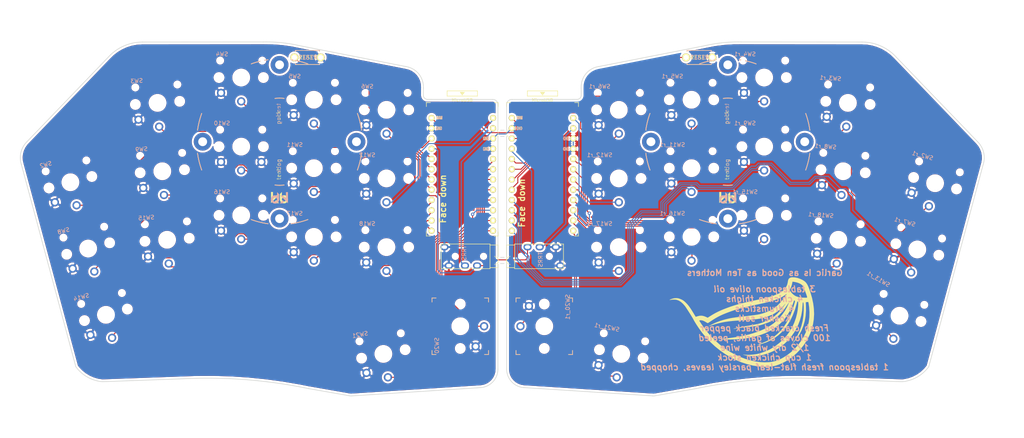
<source format=kicad_pcb>
(kicad_pcb (version 20171130) (host pcbnew 5.1.10)
  (layers (0 F.Cu signal) (31 B.Cu signal) (34 B.Paste user) (35 F.Paste user) (36 B.SilkS user) (37 F.SilkS user) (38 B.Mask user) (39 F.Mask user) (44 Edge.Cuts user))
  (net 0 "")
  (net 1 gnd)
  (net 2 vcc)
  (net 3 Switch18)
  (net 4 reset)
  (net 5 Switch1)
  (net 6 Switch2)
  (net 7 Switch3)
  (net 8 Switch4)
  (net 9 Switch5)
  (net 10 Switch6)
  (net 11 Switch7)
  (net 12 Switch8)
  (net 13 Switch9)
  (net 14 Switch10)
  (net 15 Switch11)
  (net 16 Switch12)
  (net 17 Switch13)
  (net 18 Switch14)
  (net 19 Switch15)
  (net 20 Switch16)
  (net 21 Switch17)
  (net 22 raw)
  (net 23 Switch18_r)
  (net 24 reset_r)
  (net 25 Switch9_r)
  (net 26 Switch10_r)
  (net 27 Switch11_r)
  (net 28 Switch12_r)
  (net 29 Switch13_r)
  (net 30 Switch14_r)
  (net 31 Switch15_r)
  (net 32 Switch16_r)
  (net 33 Switch17_r)
  (net 34 Switch1_r)
  (net 35 Switch2_r)
  (net 36 Switch3_r)
  (net 37 Switch4_r)
  (net 38 Switch5_r)
  (net 39 Switch6_r)
  (net 40 Switch7_r)
  (net 41 Switch8_r)
  (module kbd:ResetSW (layer F.Cu) (at 183.388 31.242)
    (fp_text reference RSW2 hide)
    (fp_text value SW_Push)
    (fp_text user RESET (at 0 0) (layer F.SilkS))
    (fp_text user RESET (at 0.127 0) (layer B.SilkS) (effects (justify mirror)))
    (pad 2 thru_hole circle (at -3.25 0) (size 2 2) (drill 1.3) (layers *.Cu *.Mask F.SilkS) (net 24 reset_r))
    (pad 1 thru_hole circle (at 3.25 0) (size 2 2) (drill 1.3) (layers *.Cu *.Mask F.SilkS) (net 1 gnd))
  )
  (module kbd:ResetSW (layer F.Cu) (at 86.36 31.242)
    (fp_text reference RSW1 hide)
    (fp_text value SW_Push)
    (fp_text user RESET (at 0 0) (layer F.SilkS))
    (fp_text user RESET (at 0.127 0) (layer B.SilkS) (effects (justify mirror)))
    (pad 2 thru_hole circle (at -3.25 0) (size 2 2) (drill 1.3) (layers *.Cu *.Mask F.SilkS) (net 4 reset))
    (pad 1 thru_hole circle (at 3.25 0) (size 2 2) (drill 1.3) (layers *.Cu *.Mask F.SilkS) (net 1 gnd))
  )
  (module kbd:ProMicro_v3_min (layer F.Cu) (at 144.58 60.722)
    (fp_text reference U2 hide)
    (fp_text value ProMicro-kbd hide)
    (fp_text user GND (at 5.86 -6.8) (layer F.SilkS) (effects (font (size 0.75 0.5) (thickness 0.125))))
    (fp_text user GND (at 5.86 -6.77) (layer B.SilkS) (effects (font (size 0.75 0.5) (thickness 0.125)) (justify mirror)))
    (fp_text user GND (at 5.88 -9.38) (layer F.SilkS) (effects (font (size 0.75 0.5) (thickness 0.125))))
    (fp_text user GND (at 5.88 -9.35) (layer B.SilkS) (effects (font (size 0.75 0.5) (thickness 0.125)) (justify mirror)))
    (fp_text user GND (at -5.77 -11.88) (layer B.SilkS) (effects (font (size 0.75 0.5) (thickness 0.125)) (justify mirror)))
    (fp_text user GND (at -5.77 -11.91) (layer F.SilkS) (effects (font (size 0.75 0.5) (thickness 0.125))))
    (fp_text user RAW (at -5.67 -14.52) (layer F.SilkS) (effects (font (size 0.75 0.5) (thickness 0.125))))
    (fp_text user MicroUSB (at -0.05 -18.95) (layer F.SilkS) (effects (font (size 0.75 0.75) (thickness 0.12))))
    (fp_text user RAW (at -5.64 -14.52 unlocked) (layer B.SilkS) (effects (font (size 0.75 0.5) (thickness 0.125)) (justify mirror)))
    (fp_text user "" (at -0.5 -17.25) (layer F.SilkS))
    (fp_text user "" (at -1.2065 -16.256) (layer B.SilkS) (effects (justify mirror)))
    (pad 1 thru_hole circle (at 7.6114 -14.478) (size 1.524 1.524) (drill 0.8128) (layers *.Cu F.SilkS B.Mask) (net 26 Switch10_r))
    (pad 2 thru_hole circle (at 7.6114 -11.938) (size 1.524 1.524) (drill 0.8128) (layers *.Cu F.SilkS B.Mask) (net 23 Switch18_r))
    (pad 3 thru_hole circle (at 7.6114 -9.398) (size 1.524 1.524) (drill 0.8128) (layers *.Cu F.SilkS B.Mask) (net 1 gnd))
    (pad 4 thru_hole circle (at 7.6114 -6.858) (size 1.524 1.524) (drill 0.8128) (layers *.Cu F.SilkS B.Mask) (net 1 gnd))
    (pad 5 thru_hole circle (at 7.6114 -4.318) (size 1.524 1.524) (drill 0.8128) (layers *.Cu F.SilkS B.Mask) (net 27 Switch11_r))
    (pad 6 thru_hole circle (at 7.6114 -1.778) (size 1.524 1.524) (drill 0.8128) (layers *.Cu F.SilkS B.Mask) (net 28 Switch12_r))
    (pad 7 thru_hole circle (at 7.6114 0.762) (size 1.524 1.524) (drill 0.8128) (layers *.Cu F.SilkS B.Mask) (net 29 Switch13_r))
    (pad 8 thru_hole circle (at 7.6114 3.302) (size 1.524 1.524) (drill 0.8128) (layers *.Cu F.SilkS B.Mask) (net 30 Switch14_r))
    (pad 9 thru_hole circle (at 7.6114 5.842) (size 1.524 1.524) (drill 0.8128) (layers *.Cu F.SilkS B.Mask) (net 31 Switch15_r))
    (pad 10 thru_hole circle (at 7.6114 8.382) (size 1.524 1.524) (drill 0.8128) (layers *.Cu F.SilkS B.Mask) (net 34 Switch1_r))
    (pad 11 thru_hole circle (at 7.6114 10.922) (size 1.524 1.524) (drill 0.8128) (layers *.Cu F.SilkS B.Mask) (net 32 Switch16_r))
    (pad 12 thru_hole circle (at 7.6114 13.462) (size 1.524 1.524) (drill 0.8128) (layers *.Cu F.SilkS B.Mask) (net 33 Switch17_r))
    (pad 13 thru_hole circle (at -7.6086 13.462) (size 1.524 1.524) (drill 0.8128) (layers *.Cu F.SilkS B.Mask) (net 25 Switch9_r))
    (pad 14 thru_hole circle (at -7.6086 10.922) (size 1.524 1.524) (drill 0.8128) (layers *.Cu F.SilkS B.Mask) (net 41 Switch8_r))
    (pad 15 thru_hole circle (at -7.6086 8.382) (size 1.524 1.524) (drill 0.8128) (layers *.Cu F.SilkS B.Mask) (net 40 Switch7_r))
    (pad 16 thru_hole circle (at -7.6086 5.842) (size 1.524 1.524) (drill 0.8128) (layers *.Cu F.SilkS B.Mask) (net 39 Switch6_r))
    (pad 17 thru_hole circle (at -7.6086 3.302) (size 1.524 1.524) (drill 0.8128) (layers *.Cu F.SilkS B.Mask) (net 35 Switch2_r))
    (pad 18 thru_hole circle (at -7.6086 0.762) (size 1.524 1.524) (drill 0.8128) (layers *.Cu F.SilkS B.Mask) (net 36 Switch3_r))
    (pad 19 thru_hole circle (at -7.6086 -1.778) (size 1.524 1.524) (drill 0.8128) (layers *.Cu F.SilkS B.Mask) (net 37 Switch4_r))
    (pad 20 thru_hole circle (at -7.6086 -4.318) (size 1.524 1.524) (drill 0.8128) (layers *.Cu F.SilkS B.Mask) (net 38 Switch5_r))
    (pad 21 thru_hole circle (at -7.6086 -6.858) (size 1.524 1.524) (drill 0.8128) (layers *.Cu F.SilkS B.Mask) (net 2 vcc))
    (pad 22 thru_hole circle (at -7.6086 -9.398) (size 1.524 1.524) (drill 0.8128) (layers *.Cu F.SilkS B.Mask) (net 24 reset_r))
    (pad 23 thru_hole circle (at -7.6086 -11.938) (size 1.524 1.524) (drill 0.8128) (layers *.Cu F.SilkS B.Mask) (net 1 gnd))
    (pad 24 thru_hole circle (at -7.6086 -14.478) (size 1.524 1.524) (drill 0.8128) (layers *.Cu F.SilkS B.Mask) (net 22 raw))
  )
  (module kbd:ProMicro_v3_min (layer F.Cu) (at 124.706 60.722)
    (fp_text reference U1 hide)
    (fp_text value ProMicro-kbd hide)
    (fp_text user GND (at 5.86 -6.8) (layer F.SilkS) (effects (font (size 0.75 0.5) (thickness 0.125))))
    (fp_text user GND (at 5.86 -6.77) (layer B.SilkS) (effects (font (size 0.75 0.5) (thickness 0.125)) (justify mirror)))
    (fp_text user GND (at 5.88 -9.38) (layer F.SilkS) (effects (font (size 0.75 0.5) (thickness 0.125))))
    (fp_text user GND (at 5.88 -9.35) (layer B.SilkS) (effects (font (size 0.75 0.5) (thickness 0.125)) (justify mirror)))
    (fp_text user GND (at -5.77 -11.88) (layer B.SilkS) (effects (font (size 0.75 0.5) (thickness 0.125)) (justify mirror)))
    (fp_text user GND (at -5.77 -11.91) (layer F.SilkS) (effects (font (size 0.75 0.5) (thickness 0.125))))
    (fp_text user RAW (at -5.67 -14.52) (layer F.SilkS) (effects (font (size 0.75 0.5) (thickness 0.125))))
    (fp_text user MicroUSB (at -0.05 -18.95) (layer F.SilkS) (effects (font (size 0.75 0.75) (thickness 0.12))))
    (fp_text user RAW (at -5.64 -14.52 unlocked) (layer B.SilkS) (effects (font (size 0.75 0.5) (thickness 0.125)) (justify mirror)))
    (fp_text user "" (at -0.5 -17.25) (layer F.SilkS))
    (fp_text user "" (at -1.2065 -16.256) (layer B.SilkS) (effects (justify mirror)))
    (pad 1 thru_hole circle (at 7.6114 -14.478) (size 1.524 1.524) (drill 0.8128) (layers *.Cu F.SilkS B.Mask) (net 14 Switch10))
    (pad 2 thru_hole circle (at 7.6114 -11.938) (size 1.524 1.524) (drill 0.8128) (layers *.Cu F.SilkS B.Mask) (net 3 Switch18))
    (pad 3 thru_hole circle (at 7.6114 -9.398) (size 1.524 1.524) (drill 0.8128) (layers *.Cu F.SilkS B.Mask) (net 1 gnd))
    (pad 4 thru_hole circle (at 7.6114 -6.858) (size 1.524 1.524) (drill 0.8128) (layers *.Cu F.SilkS B.Mask) (net 1 gnd))
    (pad 5 thru_hole circle (at 7.6114 -4.318) (size 1.524 1.524) (drill 0.8128) (layers *.Cu F.SilkS B.Mask) (net 15 Switch11))
    (pad 6 thru_hole circle (at 7.6114 -1.778) (size 1.524 1.524) (drill 0.8128) (layers *.Cu F.SilkS B.Mask) (net 16 Switch12))
    (pad 7 thru_hole circle (at 7.6114 0.762) (size 1.524 1.524) (drill 0.8128) (layers *.Cu F.SilkS B.Mask) (net 17 Switch13))
    (pad 8 thru_hole circle (at 7.6114 3.302) (size 1.524 1.524) (drill 0.8128) (layers *.Cu F.SilkS B.Mask) (net 18 Switch14))
    (pad 9 thru_hole circle (at 7.6114 5.842) (size 1.524 1.524) (drill 0.8128) (layers *.Cu F.SilkS B.Mask) (net 19 Switch15))
    (pad 10 thru_hole circle (at 7.6114 8.382) (size 1.524 1.524) (drill 0.8128) (layers *.Cu F.SilkS B.Mask) (net 5 Switch1))
    (pad 11 thru_hole circle (at 7.6114 10.922) (size 1.524 1.524) (drill 0.8128) (layers *.Cu F.SilkS B.Mask) (net 20 Switch16))
    (pad 12 thru_hole circle (at 7.6114 13.462) (size 1.524 1.524) (drill 0.8128) (layers *.Cu F.SilkS B.Mask) (net 21 Switch17))
    (pad 13 thru_hole circle (at -7.6086 13.462) (size 1.524 1.524) (drill 0.8128) (layers *.Cu F.SilkS B.Mask) (net 13 Switch9))
    (pad 14 thru_hole circle (at -7.6086 10.922) (size 1.524 1.524) (drill 0.8128) (layers *.Cu F.SilkS B.Mask) (net 12 Switch8))
    (pad 15 thru_hole circle (at -7.6086 8.382) (size 1.524 1.524) (drill 0.8128) (layers *.Cu F.SilkS B.Mask) (net 11 Switch7))
    (pad 16 thru_hole circle (at -7.6086 5.842) (size 1.524 1.524) (drill 0.8128) (layers *.Cu F.SilkS B.Mask) (net 10 Switch6))
    (pad 17 thru_hole circle (at -7.6086 3.302) (size 1.524 1.524) (drill 0.8128) (layers *.Cu F.SilkS B.Mask) (net 6 Switch2))
    (pad 18 thru_hole circle (at -7.6086 0.762) (size 1.524 1.524) (drill 0.8128) (layers *.Cu F.SilkS B.Mask) (net 7 Switch3))
    (pad 19 thru_hole circle (at -7.6086 -1.778) (size 1.524 1.524) (drill 0.8128) (layers *.Cu F.SilkS B.Mask) (net 8 Switch4))
    (pad 20 thru_hole circle (at -7.6086 -4.318) (size 1.524 1.524) (drill 0.8128) (layers *.Cu F.SilkS B.Mask) (net 9 Switch5))
    (pad 21 thru_hole circle (at -7.6086 -6.858) (size 1.524 1.524) (drill 0.8128) (layers *.Cu F.SilkS B.Mask) (net 2 vcc))
    (pad 22 thru_hole circle (at -7.6086 -9.398) (size 1.524 1.524) (drill 0.8128) (layers *.Cu F.SilkS B.Mask) (net 4 reset))
    (pad 23 thru_hole circle (at -7.6086 -11.938) (size 1.524 1.524) (drill 0.8128) (layers *.Cu F.SilkS B.Mask) (net 1 gnd))
    (pad 24 thru_hole circle (at -7.6086 -14.478) (size 1.524 1.524) (drill 0.8128) (layers *.Cu F.SilkS B.Mask) (net 22 raw))
  )
  (module kbd:mouse-bite-2mm-slot-with-space-for-track (layer F.Cu) (at 134.62 50.038)
    (fp_text reference mouse-bite-2mm-slot hide)
    (fp_text value VAL** hide)
    (pad "" np_thru_hole circle (at -0.75 -0.75) (size 0.5 0.5) (drill 0.5) (layers *.Cu *.Mask))
    (pad "" np_thru_hole circle (at -0.75 0.75) (size 0.5 0.5) (drill 0.5) (layers *.Cu *.Mask))
    (pad "" np_thru_hole circle (at 0.75 0.75) (size 0.5 0.5) (drill 0.5) (layers *.Cu *.Mask))
    (pad "" np_thru_hole circle (at 0.75 -0.75) (size 0.5 0.5) (drill 0.5) (layers *.Cu *.Mask))
  )
  (module kbd:mouse-bite-2mm-slot-with-space-for-track (layer F.Cu) (at 134.62 81.534)
    (fp_text reference mouse-bite-2mm-slot hide)
    (fp_text value VAL** hide)
    (pad "" np_thru_hole circle (at -0.75 -0.75) (size 0.5 0.5) (drill 0.5) (layers *.Cu *.Mask))
    (pad "" np_thru_hole circle (at -0.75 0.75) (size 0.5 0.5) (drill 0.5) (layers *.Cu *.Mask))
    (pad "" np_thru_hole circle (at 0.75 0.75) (size 0.5 0.5) (drill 0.5) (layers *.Cu *.Mask))
    (pad "" np_thru_hole circle (at 0.75 -0.75) (size 0.5 0.5) (drill 0.5) (layers *.Cu *.Mask))
  )
  (module kbd:garlic (layer F.Cu) (at 195.818 97.028 20)
    (fp_text reference G*** hide)
    (fp_text value LOGO hide)
  )
  (module Kailh:SW_PG1350_15_non_reversible_b2 (layer F.Cu) (at 145.018 97.836 270)
    (fp_text reference SW20_r1 hide)
    (fp_text value SW_Push hide)
    (fp_text user %R (at -4.76 -5.8 90) (layer B.SilkS) (effects (justify mirror)))
    (pad "" np_thru_hole circle (at 0 0 270) (size 3.429 3.429) (drill 3.429) (layers *.Cu *.Mask))
    (pad 2 thru_hole circle (at -5 3.8 270) (size 2.032 2.032) (drill 1.27) (layers *.Cu *.Mask) (net 1 gnd))
    (pad 1 thru_hole circle (at 0 5.9 270) (size 2.032 2.032) (drill 1.27) (layers *.Cu *.Mask) (net 33 Switch17_r))
    (pad "" np_thru_hole circle (at 5.5 0 270) (size 1.7018 1.7018) (drill 1.7018) (layers *.Cu *.Mask))
    (pad "" np_thru_hole circle (at -5.5 0 270) (size 1.7018 1.7018) (drill 1.7018) (layers *.Cu *.Mask))
  )
  (module Kailh:SW_PG1350_15_non_reversible_b2 (layer F.Cu) (at 124.206 97.836 90)
    (fp_text reference SW20 hide)
    (fp_text value SW_Push hide)
    (fp_text user %R (at -4.76 -5.8 90) (layer B.SilkS) (effects (justify mirror)))
    (pad "" np_thru_hole circle (at 0 0 90) (size 3.429 3.429) (drill 3.429) (layers *.Cu *.Mask))
    (pad 2 thru_hole circle (at -5 3.8 90) (size 2.032 2.032) (drill 1.27) (layers *.Cu *.Mask) (net 1 gnd))
    (pad 1 thru_hole circle (at 0 5.9 90) (size 2.032 2.032) (drill 1.27) (layers *.Cu *.Mask) (net 21 Switch17))
    (pad "" np_thru_hole circle (at 5.5 0 90) (size 1.7018 1.7018) (drill 1.7018) (layers *.Cu *.Mask))
    (pad "" np_thru_hole circle (at -5.5 0 90) (size 1.7018 1.7018) (drill 1.7018) (layers *.Cu *.Mask))
  )
  (module Kailh:TRRS-PJ-320A (layer F.Cu) (at 137.668 80.518 90)
    (fp_text reference J1)
    (fp_text value AudioJack4dpb hide)
    (fp_text user TRRS (at -0.8255 6.4135 90) (layer B.SilkS) (effects (justify mirror)))
    (pad R1 thru_hole oval (at 2.3 6.2 90) (size 1.6 2) (drill oval 0.9 1.3) (layers *.Cu *.Mask) (net 23 Switch18_r))
    (pad "" np_thru_hole circle (at 0 1.6 90) (size 0.8 0.8) (drill 0.8) (layers *.Cu *.Mask))
    (pad "" np_thru_hole circle (at 0 8.6 90) (size 0.8 0.8) (drill 0.8) (layers *.Cu *.Mask))
    (pad R2 thru_hole oval (at 2.3 3.2 90) (size 1.6 2) (drill oval 0.9 1.3) (layers *.Cu *.Mask) (net 2 vcc))
    (pad T thru_hole oval (at 2.3 10.2 90) (size 1.6 2) (drill oval 0.9 1.3) (layers *.Cu *.Mask) (net 1 gnd))
    (pad S thru_hole oval (at -2.3 11.3 90) (size 1.6 2) (drill oval 0.9 1.3) (layers *.Cu *.Mask) (net 1 gnd))
  )
  (module Kailh:TRRS-PJ-320A (layer F.Cu) (at 131.572 80.518 270)
    (fp_text reference J2)
    (fp_text value AudioJack4dpb hide)
    (fp_text user TRRS (at -0.8255 6.4135 90) (layer B.SilkS) (effects (justify mirror)))
    (pad R1 thru_hole oval (at 2.3 6.2 270) (size 1.6 2) (drill oval 0.9 1.3) (layers *.Cu *.Mask) (net 3 Switch18))
    (pad "" np_thru_hole circle (at 0 1.6 270) (size 0.8 0.8) (drill 0.8) (layers *.Cu *.Mask))
    (pad "" np_thru_hole circle (at 0 8.6 270) (size 0.8 0.8) (drill 0.8) (layers *.Cu *.Mask))
    (pad R2 thru_hole oval (at 2.3 3.2 270) (size 1.6 2) (drill oval 0.9 1.3) (layers *.Cu *.Mask) (net 2 vcc))
    (pad T thru_hole oval (at 2.3 10.2 270) (size 1.6 2) (drill oval 0.9 1.3) (layers *.Cu *.Mask) (net 1 gnd))
    (pad S thru_hole oval (at -2.3 11.3 270) (size 1.6 2) (drill oval 0.9 1.3) (layers *.Cu *.Mask) (net 1 gnd))
  )
  (module Kailh:SW_PG1350_nonrev_DPB (layer F.Cu) (at 27.626215 62.16335 15)
    (fp_text reference SW2 hide)
    (fp_text value SW_Push hide)
    (fp_text user %R (at -4.76 -5.8 15) (layer B.SilkS) (effects (justify mirror)))
    (pad "" np_thru_hole circle (at -5.22 -4.2 15) (size 0.9906 0.9906) (drill 0.9906) (layers *.Cu *.Mask))
    (pad "" np_thru_hole circle (at 0 0 15) (size 3.429 3.429) (drill 3.429) (layers *.Cu *.Mask))
    (pad 2 thru_hole circle (at -5 3.8 15) (size 2.032 2.032) (drill 1.27) (layers *.Cu *.Mask) (net 1 gnd))
    (pad 1 thru_hole circle (at 0 5.9 15) (size 2.032 2.032) (drill 1.27) (layers *.Cu *.Mask) (net 5 Switch1))
    (pad "" np_thru_hole circle (at 5.22 -4.2 15) (size 0.9906 0.9906) (drill 0.9906) (layers *.Cu *.Mask))
    (pad "" np_thru_hole circle (at 5.5 0 15) (size 1.7018 1.7018) (drill 1.7018) (layers *.Cu *.Mask))
    (pad "" np_thru_hole circle (at -5.5 0 15) (size 1.7018 1.7018) (drill 1.7018) (layers *.Cu *.Mask))
  )
  (module Kailh:SW_PG1350_nonrev_DPB (layer F.Cu) (at 49.20797 42.504143 4)
    (fp_text reference SW3 hide)
    (fp_text value SW_Push hide)
    (fp_text user %R (at -4.76 -5.8 4) (layer B.SilkS) (effects (justify mirror)))
    (pad "" np_thru_hole circle (at -5.22 -4.2 4) (size 0.9906 0.9906) (drill 0.9906) (layers *.Cu *.Mask))
    (pad "" np_thru_hole circle (at 0 0 4) (size 3.429 3.429) (drill 3.429) (layers *.Cu *.Mask))
    (pad 2 thru_hole circle (at -5 3.8 4) (size 2.032 2.032) (drill 1.27) (layers *.Cu *.Mask) (net 1 gnd))
    (pad 1 thru_hole circle (at 0 5.9 4) (size 2.032 2.032) (drill 1.27) (layers *.Cu *.Mask) (net 6 Switch2))
    (pad "" np_thru_hole circle (at 5.22 -4.2 4) (size 0.9906 0.9906) (drill 0.9906) (layers *.Cu *.Mask))
    (pad "" np_thru_hole circle (at 5.5 0 4) (size 1.7018 1.7018) (drill 1.7018) (layers *.Cu *.Mask))
    (pad "" np_thru_hole circle (at -5.5 0 4) (size 1.7018 1.7018) (drill 1.7018) (layers *.Cu *.Mask))
  )
  (module Kailh:SW_PG1350_nonrev_DPB (layer F.Cu) (at 69.938 36.224)
    (fp_text reference SW4 hide)
    (fp_text value SW_Push hide)
    (fp_text user %R (at -4.76 -5.8) (layer B.SilkS) (effects (justify mirror)))
    (pad "" np_thru_hole circle (at -5.22 -4.2) (size 0.9906 0.9906) (drill 0.9906) (layers *.Cu *.Mask))
    (pad "" np_thru_hole circle (at 0 0) (size 3.429 3.429) (drill 3.429) (layers *.Cu *.Mask))
    (pad 2 thru_hole circle (at -5 3.8) (size 2.032 2.032) (drill 1.27) (layers *.Cu *.Mask) (net 1 gnd))
    (pad 1 thru_hole circle (at 0 5.9) (size 2.032 2.032) (drill 1.27) (layers *.Cu *.Mask) (net 7 Switch3))
    (pad "" np_thru_hole circle (at 5.22 -4.2) (size 0.9906 0.9906) (drill 0.9906) (layers *.Cu *.Mask))
    (pad "" np_thru_hole circle (at 5.5 0) (size 1.7018 1.7018) (drill 1.7018) (layers *.Cu *.Mask))
    (pad "" np_thru_hole circle (at -5.5 0) (size 1.7018 1.7018) (drill 1.7018) (layers *.Cu *.Mask))
  )
  (module Kailh:SW_PG1350_nonrev_DPB (layer F.Cu) (at 87.938 41.724)
    (fp_text reference SW5 hide)
    (fp_text value SW_Push hide)
    (fp_text user %R (at -4.76 -5.8) (layer B.SilkS) (effects (justify mirror)))
    (pad "" np_thru_hole circle (at -5.22 -4.2) (size 0.9906 0.9906) (drill 0.9906) (layers *.Cu *.Mask))
    (pad "" np_thru_hole circle (at 0 0) (size 3.429 3.429) (drill 3.429) (layers *.Cu *.Mask))
    (pad 2 thru_hole circle (at -5 3.8) (size 2.032 2.032) (drill 1.27) (layers *.Cu *.Mask) (net 1 gnd))
    (pad 1 thru_hole circle (at 0 5.9) (size 2.032 2.032) (drill 1.27) (layers *.Cu *.Mask) (net 8 Switch4))
    (pad "" np_thru_hole circle (at 5.22 -4.2) (size 0.9906 0.9906) (drill 0.9906) (layers *.Cu *.Mask))
    (pad "" np_thru_hole circle (at 5.5 0) (size 1.7018 1.7018) (drill 1.7018) (layers *.Cu *.Mask))
    (pad "" np_thru_hole circle (at -5.5 0) (size 1.7018 1.7018) (drill 1.7018) (layers *.Cu *.Mask))
  )
  (module Kailh:SW_PG1350_nonrev_DPB (layer F.Cu) (at 105.938 44.224)
    (fp_text reference SW6 hide)
    (fp_text value SW_Push hide)
    (fp_text user %R (at -4.76 -5.8) (layer B.SilkS) (effects (justify mirror)))
    (pad "" np_thru_hole circle (at -5.22 -4.2) (size 0.9906 0.9906) (drill 0.9906) (layers *.Cu *.Mask))
    (pad "" np_thru_hole circle (at 0 0) (size 3.429 3.429) (drill 3.429) (layers *.Cu *.Mask))
    (pad 2 thru_hole circle (at -5 3.8) (size 2.032 2.032) (drill 1.27) (layers *.Cu *.Mask) (net 1 gnd))
    (pad 1 thru_hole circle (at 0 5.9) (size 2.032 2.032) (drill 1.27) (layers *.Cu *.Mask) (net 9 Switch5))
    (pad "" np_thru_hole circle (at 5.22 -4.2) (size 0.9906 0.9906) (drill 0.9906) (layers *.Cu *.Mask))
    (pad "" np_thru_hole circle (at 5.5 0) (size 1.7018 1.7018) (drill 1.7018) (layers *.Cu *.Mask))
    (pad "" np_thru_hole circle (at -5.5 0) (size 1.7018 1.7018) (drill 1.7018) (layers *.Cu *.Mask))
  )
  (module Kailh:SW_PG1350_nonrev_DPB (layer F.Cu) (at 32.026138 78.58409 15)
    (fp_text reference SW8 hide)
    (fp_text value SW_Push hide)
    (fp_text user %R (at -4.76 -5.8 15) (layer B.SilkS) (effects (justify mirror)))
    (pad "" np_thru_hole circle (at -5.22 -4.2 15) (size 0.9906 0.9906) (drill 0.9906) (layers *.Cu *.Mask))
    (pad "" np_thru_hole circle (at 0 0 15) (size 3.429 3.429) (drill 3.429) (layers *.Cu *.Mask))
    (pad 2 thru_hole circle (at -5 3.8 15) (size 2.032 2.032) (drill 1.27) (layers *.Cu *.Mask) (net 1 gnd))
    (pad 1 thru_hole circle (at 0 5.9 15) (size 2.032 2.032) (drill 1.27) (layers *.Cu *.Mask) (net 10 Switch6))
    (pad "" np_thru_hole circle (at 5.22 -4.2 15) (size 0.9906 0.9906) (drill 0.9906) (layers *.Cu *.Mask))
    (pad "" np_thru_hole circle (at 5.5 0 15) (size 1.7018 1.7018) (drill 1.7018) (layers *.Cu *.Mask))
    (pad "" np_thru_hole circle (at -5.5 0 15) (size 1.7018 1.7018) (drill 1.7018) (layers *.Cu *.Mask))
  )
  (module Kailh:SW_PG1350_nonrev_DPB (layer F.Cu) (at 50.392017 59.436795 4)
    (fp_text reference SW9 hide)
    (fp_text value SW_Push hide)
    (fp_text user %R (at -4.76 -5.8 4) (layer B.SilkS) (effects (justify mirror)))
    (pad "" np_thru_hole circle (at -5.22 -4.2 4) (size 0.9906 0.9906) (drill 0.9906) (layers *.Cu *.Mask))
    (pad "" np_thru_hole circle (at 0 0 4) (size 3.429 3.429) (drill 3.429) (layers *.Cu *.Mask))
    (pad 2 thru_hole circle (at -5 3.8 4) (size 2.032 2.032) (drill 1.27) (layers *.Cu *.Mask) (net 1 gnd))
    (pad 1 thru_hole circle (at 0 5.9 4) (size 2.032 2.032) (drill 1.27) (layers *.Cu *.Mask) (net 11 Switch7))
    (pad "" np_thru_hole circle (at 5.22 -4.2 4) (size 0.9906 0.9906) (drill 0.9906) (layers *.Cu *.Mask))
    (pad "" np_thru_hole circle (at 5.5 0 4) (size 1.7018 1.7018) (drill 1.7018) (layers *.Cu *.Mask))
    (pad "" np_thru_hole circle (at -5.5 0 4) (size 1.7018 1.7018) (drill 1.7018) (layers *.Cu *.Mask))
  )
  (module Kailh:SW_PG1350_nonrev_DPB (layer F.Cu) (at 87.938 58.674)
    (fp_text reference SW11 hide)
    (fp_text value SW_Push hide)
    (fp_text user %R (at -4.76 -5.8) (layer B.SilkS) (effects (justify mirror)))
    (pad "" np_thru_hole circle (at -5.22 -4.2) (size 0.9906 0.9906) (drill 0.9906) (layers *.Cu *.Mask))
    (pad "" np_thru_hole circle (at 0 0) (size 3.429 3.429) (drill 3.429) (layers *.Cu *.Mask))
    (pad 2 thru_hole circle (at -5 3.8) (size 2.032 2.032) (drill 1.27) (layers *.Cu *.Mask) (net 1 gnd))
    (pad 1 thru_hole circle (at 0 5.9) (size 2.032 2.032) (drill 1.27) (layers *.Cu *.Mask) (net 13 Switch9))
    (pad "" np_thru_hole circle (at 5.22 -4.2) (size 0.9906 0.9906) (drill 0.9906) (layers *.Cu *.Mask))
    (pad "" np_thru_hole circle (at 5.5 0) (size 1.7018 1.7018) (drill 1.7018) (layers *.Cu *.Mask))
    (pad "" np_thru_hole circle (at -5.5 0) (size 1.7018 1.7018) (drill 1.7018) (layers *.Cu *.Mask))
  )
  (module Kailh:SW_PG1350_nonrev_DPB (layer F.Cu) (at 105.918 61.214)
    (fp_text reference SW12 hide)
    (fp_text value SW_Push hide)
    (fp_text user %R (at -4.76 -5.8) (layer B.SilkS) (effects (justify mirror)))
    (pad "" np_thru_hole circle (at -5.22 -4.2) (size 0.9906 0.9906) (drill 0.9906) (layers *.Cu *.Mask))
    (pad "" np_thru_hole circle (at 0 0) (size 3.429 3.429) (drill 3.429) (layers *.Cu *.Mask))
    (pad 2 thru_hole circle (at -5 3.8) (size 2.032 2.032) (drill 1.27) (layers *.Cu *.Mask) (net 1 gnd))
    (pad 1 thru_hole circle (at 0 5.9) (size 2.032 2.032) (drill 1.27) (layers *.Cu *.Mask) (net 14 Switch10))
    (pad "" np_thru_hole circle (at 5.22 -4.2) (size 0.9906 0.9906) (drill 0.9906) (layers *.Cu *.Mask))
    (pad "" np_thru_hole circle (at 5.5 0) (size 1.7018 1.7018) (drill 1.7018) (layers *.Cu *.Mask))
    (pad "" np_thru_hole circle (at -5.5 0) (size 1.7018 1.7018) (drill 1.7018) (layers *.Cu *.Mask))
  )
  (module Kailh:SW_PG1350_nonrev_DPB (layer F.Cu) (at 36.426062 95.004829 15)
    (fp_text reference SW14 hide)
    (fp_text value SW_Push hide)
    (fp_text user %R (at -4.76 -5.8 15) (layer B.SilkS) (effects (justify mirror)))
    (pad "" np_thru_hole circle (at -5.22 -4.2 15) (size 0.9906 0.9906) (drill 0.9906) (layers *.Cu *.Mask))
    (pad "" np_thru_hole circle (at 0 0 15) (size 3.429 3.429) (drill 3.429) (layers *.Cu *.Mask))
    (pad 2 thru_hole circle (at -5 3.8 15) (size 2.032 2.032) (drill 1.27) (layers *.Cu *.Mask) (net 1 gnd))
    (pad 1 thru_hole circle (at 0 5.9 15) (size 2.032 2.032) (drill 1.27) (layers *.Cu *.Mask) (net 15 Switch11))
    (pad "" np_thru_hole circle (at 5.22 -4.2 15) (size 0.9906 0.9906) (drill 0.9906) (layers *.Cu *.Mask))
    (pad "" np_thru_hole circle (at 5.5 0 15) (size 1.7018 1.7018) (drill 1.7018) (layers *.Cu *.Mask))
    (pad "" np_thru_hole circle (at -5.5 0 15) (size 1.7018 1.7018) (drill 1.7018) (layers *.Cu *.Mask))
  )
  (module Kailh:SW_PG1350_nonrev_DPB (layer F.Cu) (at 51.579132 76.41334 4)
    (fp_text reference SW15 hide)
    (fp_text value SW_Push hide)
    (fp_text user %R (at -4.76 -5.8 4) (layer B.SilkS) (effects (justify mirror)))
    (pad "" np_thru_hole circle (at -5.22 -4.2 4) (size 0.9906 0.9906) (drill 0.9906) (layers *.Cu *.Mask))
    (pad "" np_thru_hole circle (at 0 0 4) (size 3.429 3.429) (drill 3.429) (layers *.Cu *.Mask))
    (pad 2 thru_hole circle (at -5 3.8 4) (size 2.032 2.032) (drill 1.27) (layers *.Cu *.Mask) (net 1 gnd))
    (pad 1 thru_hole circle (at 0 5.9 4) (size 2.032 2.032) (drill 1.27) (layers *.Cu *.Mask) (net 16 Switch12))
    (pad "" np_thru_hole circle (at 5.22 -4.2 4) (size 0.9906 0.9906) (drill 0.9906) (layers *.Cu *.Mask))
    (pad "" np_thru_hole circle (at 5.5 0 4) (size 1.7018 1.7018) (drill 1.7018) (layers *.Cu *.Mask))
    (pad "" np_thru_hole circle (at -5.5 0 4) (size 1.7018 1.7018) (drill 1.7018) (layers *.Cu *.Mask))
  )
  (module Kailh:SW_PG1350_nonrev_DPB (layer F.Cu) (at 69.938 70.358)
    (fp_text reference SW16 hide)
    (fp_text value SW_Push hide)
    (fp_text user %R (at -4.76 -5.8) (layer B.SilkS) (effects (justify mirror)))
    (pad "" np_thru_hole circle (at -5.22 -4.2) (size 0.9906 0.9906) (drill 0.9906) (layers *.Cu *.Mask))
    (pad "" np_thru_hole circle (at 0 0) (size 3.429 3.429) (drill 3.429) (layers *.Cu *.Mask))
    (pad 2 thru_hole circle (at -5 3.8) (size 2.032 2.032) (drill 1.27) (layers *.Cu *.Mask) (net 1 gnd))
    (pad 1 thru_hole circle (at 0 5.9) (size 2.032 2.032) (drill 1.27) (layers *.Cu *.Mask) (net 17 Switch13))
    (pad "" np_thru_hole circle (at 5.22 -4.2) (size 0.9906 0.9906) (drill 0.9906) (layers *.Cu *.Mask))
    (pad "" np_thru_hole circle (at 5.5 0) (size 1.7018 1.7018) (drill 1.7018) (layers *.Cu *.Mask))
    (pad "" np_thru_hole circle (at -5.5 0) (size 1.7018 1.7018) (drill 1.7018) (layers *.Cu *.Mask))
  )
  (module Kailh:SW_PG1350_nonrev_DPB (layer F.Cu) (at 87.938 75.692)
    (fp_text reference SW17 hide)
    (fp_text value SW_Push hide)
    (fp_text user %R (at -4.76 -5.8) (layer B.SilkS) (effects (justify mirror)))
    (pad "" np_thru_hole circle (at -5.22 -4.2) (size 0.9906 0.9906) (drill 0.9906) (layers *.Cu *.Mask))
    (pad "" np_thru_hole circle (at 0 0) (size 3.429 3.429) (drill 3.429) (layers *.Cu *.Mask))
    (pad 2 thru_hole circle (at -5 3.8) (size 2.032 2.032) (drill 1.27) (layers *.Cu *.Mask) (net 1 gnd))
    (pad 1 thru_hole circle (at 0 5.9) (size 2.032 2.032) (drill 1.27) (layers *.Cu *.Mask) (net 18 Switch14))
    (pad "" np_thru_hole circle (at 5.22 -4.2) (size 0.9906 0.9906) (drill 0.9906) (layers *.Cu *.Mask))
    (pad "" np_thru_hole circle (at 5.5 0) (size 1.7018 1.7018) (drill 1.7018) (layers *.Cu *.Mask))
    (pad "" np_thru_hole circle (at -5.5 0) (size 1.7018 1.7018) (drill 1.7018) (layers *.Cu *.Mask))
  )
  (module Kailh:SW_PG1350_nonrev_DPB (layer F.Cu) (at 105.918 78.232)
    (fp_text reference SW18 hide)
    (fp_text value SW_Push hide)
    (fp_text user %R (at -4.76 -5.8) (layer B.SilkS) (effects (justify mirror)))
    (pad "" np_thru_hole circle (at -5.22 -4.2) (size 0.9906 0.9906) (drill 0.9906) (layers *.Cu *.Mask))
    (pad "" np_thru_hole circle (at 0 0) (size 3.429 3.429) (drill 3.429) (layers *.Cu *.Mask))
    (pad 2 thru_hole circle (at -5 3.8) (size 2.032 2.032) (drill 1.27) (layers *.Cu *.Mask) (net 1 gnd))
    (pad 1 thru_hole circle (at 0 5.9) (size 2.032 2.032) (drill 1.27) (layers *.Cu *.Mask) (net 19 Switch15))
    (pad "" np_thru_hole circle (at 5.22 -4.2) (size 0.9906 0.9906) (drill 0.9906) (layers *.Cu *.Mask))
    (pad "" np_thru_hole circle (at 5.5 0) (size 1.7018 1.7018) (drill 1.7018) (layers *.Cu *.Mask))
    (pad "" np_thru_hole circle (at -5.5 0) (size 1.7018 1.7018) (drill 1.7018) (layers *.Cu *.Mask))
  )
  (module Kailh:SW_PG1350_nonrev_DPB (layer F.Cu) (at 105.156 104.694 11)
    (fp_text reference SW21 hide)
    (fp_text value SW_Push hide)
    (fp_text user %R (at -4.759999 -5.8 11) (layer B.SilkS) (effects (justify mirror)))
    (pad "" np_thru_hole circle (at -5.22 -4.2 11) (size 0.9906 0.9906) (drill 0.9906) (layers *.Cu *.Mask))
    (pad "" np_thru_hole circle (at 0 0 11) (size 3.429 3.429) (drill 3.429) (layers *.Cu *.Mask))
    (pad 2 thru_hole circle (at -5 3.8 11) (size 2.032 2.032) (drill 1.27) (layers *.Cu *.Mask) (net 1 gnd))
    (pad 1 thru_hole circle (at 0 5.9 11) (size 2.032 2.032) (drill 1.27) (layers *.Cu *.Mask) (net 20 Switch16))
    (pad "" np_thru_hole circle (at 5.22 -4.2 11) (size 0.9906 0.9906) (drill 0.9906) (layers *.Cu *.Mask))
    (pad "" np_thru_hole circle (at 5.5 0 11) (size 1.7018 1.7018) (drill 1.7018) (layers *.Cu *.Mask))
    (pad "" np_thru_hole circle (at -5.5 0 11) (size 1.7018 1.7018) (drill 1.7018) (layers *.Cu *.Mask))
  )
  (module Kailh:SW_PG1350_nonrev_DPB (layer F.Cu) (at 181.492 58.674)
    (fp_text reference SW11_r1 hide)
    (fp_text value SW_Push hide)
    (fp_text user %R (at -4.76 -5.8) (layer B.SilkS) (effects (justify mirror)))
    (pad "" np_thru_hole circle (at -5.22 -4.2) (size 0.9906 0.9906) (drill 0.9906) (layers *.Cu *.Mask))
    (pad "" np_thru_hole circle (at 0 0) (size 3.429 3.429) (drill 3.429) (layers *.Cu *.Mask))
    (pad 2 thru_hole circle (at -5 3.8) (size 2.032 2.032) (drill 1.27) (layers *.Cu *.Mask) (net 1 gnd))
    (pad 1 thru_hole circle (at 0 5.9) (size 2.032 2.032) (drill 1.27) (layers *.Cu *.Mask) (net 25 Switch9_r))
    (pad "" np_thru_hole circle (at 5.22 -4.2) (size 0.9906 0.9906) (drill 0.9906) (layers *.Cu *.Mask))
    (pad "" np_thru_hole circle (at 5.5 0) (size 1.7018 1.7018) (drill 1.7018) (layers *.Cu *.Mask))
    (pad "" np_thru_hole circle (at -5.5 0) (size 1.7018 1.7018) (drill 1.7018) (layers *.Cu *.Mask))
  )
  (module Kailh:SW_PG1350_nonrev_DPB (layer F.Cu) (at 163.478 61.214)
    (fp_text reference SW12_r1 hide)
    (fp_text value SW_Push hide)
    (fp_text user %R (at -4.76 -5.8) (layer B.SilkS) (effects (justify mirror)))
    (pad "" np_thru_hole circle (at -5.22 -4.2) (size 0.9906 0.9906) (drill 0.9906) (layers *.Cu *.Mask))
    (pad "" np_thru_hole circle (at 0 0) (size 3.429 3.429) (drill 3.429) (layers *.Cu *.Mask))
    (pad 2 thru_hole circle (at -5 3.8) (size 2.032 2.032) (drill 1.27) (layers *.Cu *.Mask) (net 1 gnd))
    (pad 1 thru_hole circle (at 0 5.9) (size 2.032 2.032) (drill 1.27) (layers *.Cu *.Mask) (net 26 Switch10_r))
    (pad "" np_thru_hole circle (at 5.22 -4.2) (size 0.9906 0.9906) (drill 0.9906) (layers *.Cu *.Mask))
    (pad "" np_thru_hole circle (at 5.5 0) (size 1.7018 1.7018) (drill 1.7018) (layers *.Cu *.Mask))
    (pad "" np_thru_hole circle (at -5.5 0) (size 1.7018 1.7018) (drill 1.7018) (layers *.Cu *.Mask))
  )
  (module Kailh:SW_PG1350_nonrev_DPB (layer F.Cu) (at 233.025469 95.234653 345)
    (fp_text reference SW13_r1 hide)
    (fp_text value SW_Push hide)
    (fp_text user %R (at -7.420692 -7.40372 150) (layer B.SilkS) (effects (justify mirror)))
    (pad "" np_thru_hole circle (at -5.22 -4.2 345) (size 0.9906 0.9906) (drill 0.9906) (layers *.Cu *.Mask))
    (pad "" np_thru_hole circle (at 0 0 345) (size 3.429 3.429) (drill 3.429) (layers *.Cu *.Mask))
    (pad 2 thru_hole circle (at -5 3.8 345) (size 2.032 2.032) (drill 1.27) (layers *.Cu *.Mask) (net 1 gnd))
    (pad 1 thru_hole circle (at 0 5.9 345) (size 2.032 2.032) (drill 1.27) (layers *.Cu *.Mask) (net 27 Switch11_r))
    (pad "" np_thru_hole circle (at 5.22 -4.2 345) (size 0.9906 0.9906) (drill 0.9906) (layers *.Cu *.Mask))
    (pad "" np_thru_hole circle (at 5.5 0 345) (size 1.7018 1.7018) (drill 1.7018) (layers *.Cu *.Mask))
    (pad "" np_thru_hole circle (at -5.5 0 345) (size 1.7018 1.7018) (drill 1.7018) (layers *.Cu *.Mask))
  )
  (module Kailh:SW_PG1350_nonrev_DPB (layer F.Cu) (at 199.48 70.358)
    (fp_text reference SW15_r1 hide)
    (fp_text value SW_Push hide)
    (fp_text user %R (at -4.76 -5.8) (layer B.SilkS) (effects (justify mirror)))
    (pad "" np_thru_hole circle (at -5.22 -4.2) (size 0.9906 0.9906) (drill 0.9906) (layers *.Cu *.Mask))
    (pad "" np_thru_hole circle (at 0 0) (size 3.429 3.429) (drill 3.429) (layers *.Cu *.Mask))
    (pad 2 thru_hole circle (at -5 3.8) (size 2.032 2.032) (drill 1.27) (layers *.Cu *.Mask) (net 1 gnd))
    (pad 1 thru_hole circle (at 0 5.9) (size 2.032 2.032) (drill 1.27) (layers *.Cu *.Mask) (net 29 Switch13_r))
    (pad "" np_thru_hole circle (at 5.22 -4.2) (size 0.9906 0.9906) (drill 0.9906) (layers *.Cu *.Mask))
    (pad "" np_thru_hole circle (at 5.5 0) (size 1.7018 1.7018) (drill 1.7018) (layers *.Cu *.Mask))
    (pad "" np_thru_hole circle (at -5.5 0) (size 1.7018 1.7018) (drill 1.7018) (layers *.Cu *.Mask))
  )
  (module Kailh:SW_PG1350_nonrev_DPB (layer F.Cu) (at 181.492 75.692)
    (fp_text reference SW16_r1 hide)
    (fp_text value SW_Push hide)
    (fp_text user %R (at -4.76 -5.8) (layer B.SilkS) (effects (justify mirror)))
    (pad "" np_thru_hole circle (at -5.22 -4.2) (size 0.9906 0.9906) (drill 0.9906) (layers *.Cu *.Mask))
    (pad "" np_thru_hole circle (at 0 0) (size 3.429 3.429) (drill 3.429) (layers *.Cu *.Mask))
    (pad 2 thru_hole circle (at -5 3.8) (size 2.032 2.032) (drill 1.27) (layers *.Cu *.Mask) (net 1 gnd))
    (pad 1 thru_hole circle (at 0 5.9) (size 2.032 2.032) (drill 1.27) (layers *.Cu *.Mask) (net 30 Switch14_r))
    (pad "" np_thru_hole circle (at 5.22 -4.2) (size 0.9906 0.9906) (drill 0.9906) (layers *.Cu *.Mask))
    (pad "" np_thru_hole circle (at 5.5 0) (size 1.7018 1.7018) (drill 1.7018) (layers *.Cu *.Mask))
    (pad "" np_thru_hole circle (at -5.5 0) (size 1.7018 1.7018) (drill 1.7018) (layers *.Cu *.Mask))
  )
  (module Kailh:SW_PG1350_nonrev_DPB (layer F.Cu) (at 163.478 78.232)
    (fp_text reference SW17_r1 hide)
    (fp_text value SW_Push hide)
    (fp_text user %R (at -4.76 -5.8) (layer B.SilkS) (effects (justify mirror)))
    (pad "" np_thru_hole circle (at -5.22 -4.2) (size 0.9906 0.9906) (drill 0.9906) (layers *.Cu *.Mask))
    (pad "" np_thru_hole circle (at 0 0) (size 3.429 3.429) (drill 3.429) (layers *.Cu *.Mask))
    (pad 2 thru_hole circle (at -5 3.8) (size 2.032 2.032) (drill 1.27) (layers *.Cu *.Mask) (net 1 gnd))
    (pad 1 thru_hole circle (at 0 5.9) (size 2.032 2.032) (drill 1.27) (layers *.Cu *.Mask) (net 31 Switch15_r))
    (pad "" np_thru_hole circle (at 5.22 -4.2) (size 0.9906 0.9906) (drill 0.9906) (layers *.Cu *.Mask))
    (pad "" np_thru_hole circle (at 5.5 0) (size 1.7018 1.7018) (drill 1.7018) (layers *.Cu *.Mask))
    (pad "" np_thru_hole circle (at -5.5 0) (size 1.7018 1.7018) (drill 1.7018) (layers *.Cu *.Mask))
  )
  (module Kailh:SW_PG1350_nonrev_DPB (layer F.Cu) (at 217.86487 76.41334 356)
    (fp_text reference SW18_r1 hide)
    (fp_text value SW_Push hide)
    (fp_text user %R (at -4.76 -5.8 176) (layer B.SilkS) (effects (justify mirror)))
    (pad "" np_thru_hole circle (at -5.22 -4.2 356) (size 0.9906 0.9906) (drill 0.9906) (layers *.Cu *.Mask))
    (pad "" np_thru_hole circle (at 0 0 356) (size 3.429 3.429) (drill 3.429) (layers *.Cu *.Mask))
    (pad 2 thru_hole circle (at -5 3.8 356) (size 2.032 2.032) (drill 1.27) (layers *.Cu *.Mask) (net 1 gnd))
    (pad 1 thru_hole circle (at 0 5.9 356) (size 2.032 2.032) (drill 1.27) (layers *.Cu *.Mask) (net 28 Switch12_r))
    (pad "" np_thru_hole circle (at 5.22 -4.2 356) (size 0.9906 0.9906) (drill 0.9906) (layers *.Cu *.Mask))
    (pad "" np_thru_hole circle (at 5.5 0 356) (size 1.7018 1.7018) (drill 1.7018) (layers *.Cu *.Mask))
    (pad "" np_thru_hole circle (at -5.5 0 356) (size 1.7018 1.7018) (drill 1.7018) (layers *.Cu *.Mask))
  )
  (module Kailh:SW_PG1350_nonrev_DPB (layer F.Cu) (at 241.823707 62.399183 345)
    (fp_text reference SW2_r1 hide)
    (fp_text value SW_Push hide)
    (fp_text user %R (at -4.76 -5.8 165) (layer B.SilkS) (effects (justify mirror)))
    (pad "" np_thru_hole circle (at -5.22 -4.2 345) (size 0.9906 0.9906) (drill 0.9906) (layers *.Cu *.Mask))
    (pad "" np_thru_hole circle (at 0 0 345) (size 3.429 3.429) (drill 3.429) (layers *.Cu *.Mask))
    (pad 2 thru_hole circle (at -5 3.8 345) (size 2.032 2.032) (drill 1.27) (layers *.Cu *.Mask) (net 1 gnd))
    (pad 1 thru_hole circle (at 0 5.9 345) (size 2.032 2.032) (drill 1.27) (layers *.Cu *.Mask) (net 34 Switch1_r))
    (pad "" np_thru_hole circle (at 5.22 -4.2 345) (size 0.9906 0.9906) (drill 0.9906) (layers *.Cu *.Mask))
    (pad "" np_thru_hole circle (at 5.5 0 345) (size 1.7018 1.7018) (drill 1.7018) (layers *.Cu *.Mask))
    (pad "" np_thru_hole circle (at -5.5 0 345) (size 1.7018 1.7018) (drill 1.7018) (layers *.Cu *.Mask))
  )
  (module Kailh:SW_PG1350_nonrev_DPB (layer F.Cu) (at 220.236032 42.504143 356)
    (fp_text reference SW3_r1 hide)
    (fp_text value SW_Push hide)
    (fp_text user %R (at -4.76 -5.8 176) (layer B.SilkS) (effects (justify mirror)))
    (pad "" np_thru_hole circle (at -5.22 -4.2 356) (size 0.9906 0.9906) (drill 0.9906) (layers *.Cu *.Mask))
    (pad "" np_thru_hole circle (at 0 0 356) (size 3.429 3.429) (drill 3.429) (layers *.Cu *.Mask))
    (pad 2 thru_hole circle (at -5 3.8 356) (size 2.032 2.032) (drill 1.27) (layers *.Cu *.Mask) (net 1 gnd))
    (pad 1 thru_hole circle (at 0 5.9 356) (size 2.032 2.032) (drill 1.27) (layers *.Cu *.Mask) (net 35 Switch2_r))
    (pad "" np_thru_hole circle (at 5.22 -4.2 356) (size 0.9906 0.9906) (drill 0.9906) (layers *.Cu *.Mask))
    (pad "" np_thru_hole circle (at 5.5 0 356) (size 1.7018 1.7018) (drill 1.7018) (layers *.Cu *.Mask))
    (pad "" np_thru_hole circle (at -5.5 0 356) (size 1.7018 1.7018) (drill 1.7018) (layers *.Cu *.Mask))
  )
  (module Kailh:SW_PG1350_nonrev_DPB (layer F.Cu) (at 199.48 36.224)
    (fp_text reference SW4_r1 hide)
    (fp_text value SW_Push hide)
    (fp_text user %R (at -4.76 -5.8) (layer B.SilkS) (effects (justify mirror)))
    (pad "" np_thru_hole circle (at -5.22 -4.2) (size 0.9906 0.9906) (drill 0.9906) (layers *.Cu *.Mask))
    (pad "" np_thru_hole circle (at 0 0) (size 3.429 3.429) (drill 3.429) (layers *.Cu *.Mask))
    (pad 2 thru_hole circle (at -5 3.8) (size 2.032 2.032) (drill 1.27) (layers *.Cu *.Mask) (net 1 gnd))
    (pad 1 thru_hole circle (at 0 5.9) (size 2.032 2.032) (drill 1.27) (layers *.Cu *.Mask) (net 36 Switch3_r))
    (pad "" np_thru_hole circle (at 5.22 -4.2) (size 0.9906 0.9906) (drill 0.9906) (layers *.Cu *.Mask))
    (pad "" np_thru_hole circle (at 5.5 0) (size 1.7018 1.7018) (drill 1.7018) (layers *.Cu *.Mask))
    (pad "" np_thru_hole circle (at -5.5 0) (size 1.7018 1.7018) (drill 1.7018) (layers *.Cu *.Mask))
  )
  (module Kailh:SW_PG1350_nonrev_DPB (layer F.Cu) (at 181.492 41.724)
    (fp_text reference SW5_r1 hide)
    (fp_text value SW_Push hide)
    (fp_text user %R (at -4.76 -5.8) (layer B.SilkS) (effects (justify mirror)))
    (pad "" np_thru_hole circle (at -5.22 -4.2) (size 0.9906 0.9906) (drill 0.9906) (layers *.Cu *.Mask))
    (pad "" np_thru_hole circle (at 0 0) (size 3.429 3.429) (drill 3.429) (layers *.Cu *.Mask))
    (pad 2 thru_hole circle (at -5 3.8) (size 2.032 2.032) (drill 1.27) (layers *.Cu *.Mask) (net 1 gnd))
    (pad 1 thru_hole circle (at 0 5.9) (size 2.032 2.032) (drill 1.27) (layers *.Cu *.Mask) (net 37 Switch4_r))
    (pad "" np_thru_hole circle (at 5.22 -4.2) (size 0.9906 0.9906) (drill 0.9906) (layers *.Cu *.Mask))
    (pad "" np_thru_hole circle (at 5.5 0) (size 1.7018 1.7018) (drill 1.7018) (layers *.Cu *.Mask))
    (pad "" np_thru_hole circle (at -5.5 0) (size 1.7018 1.7018) (drill 1.7018) (layers *.Cu *.Mask))
  )
  (module Kailh:SW_PG1350_nonrev_DPB (layer F.Cu) (at 163.478 44.224)
    (fp_text reference SW6_r1 hide)
    (fp_text value SW_Push hide)
    (fp_text user %R (at -4.76 -5.8) (layer B.SilkS) (effects (justify mirror)))
    (pad "" np_thru_hole circle (at -5.22 -4.2) (size 0.9906 0.9906) (drill 0.9906) (layers *.Cu *.Mask))
    (pad "" np_thru_hole circle (at 0 0) (size 3.429 3.429) (drill 3.429) (layers *.Cu *.Mask))
    (pad 2 thru_hole circle (at -5 3.8) (size 2.032 2.032) (drill 1.27) (layers *.Cu *.Mask) (net 1 gnd))
    (pad 1 thru_hole circle (at 0 5.9) (size 2.032 2.032) (drill 1.27) (layers *.Cu *.Mask) (net 38 Switch5_r))
    (pad "" np_thru_hole circle (at 5.22 -4.2) (size 0.9906 0.9906) (drill 0.9906) (layers *.Cu *.Mask))
    (pad "" np_thru_hole circle (at 5.5 0) (size 1.7018 1.7018) (drill 1.7018) (layers *.Cu *.Mask))
    (pad "" np_thru_hole circle (at -5.5 0) (size 1.7018 1.7018) (drill 1.7018) (layers *.Cu *.Mask))
  )
  (module Kailh:SW_PG1350_nonrev_DPB (layer F.Cu) (at 237.426604 78.809395 345)
    (fp_text reference SW7_r1 hide)
    (fp_text value SW_Push hide)
    (fp_text user %R (at -4.76 -5.8 165) (layer B.SilkS) (effects (justify mirror)))
    (pad "" np_thru_hole circle (at -5.22 -4.2 345) (size 0.9906 0.9906) (drill 0.9906) (layers *.Cu *.Mask))
    (pad "" np_thru_hole circle (at 0 0 345) (size 3.429 3.429) (drill 3.429) (layers *.Cu *.Mask))
    (pad 2 thru_hole circle (at -5 3.8 345) (size 2.032 2.032) (drill 1.27) (layers *.Cu *.Mask) (net 1 gnd))
    (pad 1 thru_hole circle (at 0 5.9 345) (size 2.032 2.032) (drill 1.27) (layers *.Cu *.Mask) (net 39 Switch6_r))
    (pad "" np_thru_hole circle (at 5.22 -4.2 345) (size 0.9906 0.9906) (drill 0.9906) (layers *.Cu *.Mask))
    (pad "" np_thru_hole circle (at 5.5 0 345) (size 1.7018 1.7018) (drill 1.7018) (layers *.Cu *.Mask))
    (pad "" np_thru_hole circle (at -5.5 0 345) (size 1.7018 1.7018) (drill 1.7018) (layers *.Cu *.Mask))
  )
  (module Kailh:SW_PG1350_nonrev_DPB (layer F.Cu) (at 219.051985 59.436795 356)
    (fp_text reference SW8_r1 hide)
    (fp_text value SW_Push hide)
    (fp_text user %R (at -4.76 -5.8 176) (layer B.SilkS) (effects (justify mirror)))
    (pad "" np_thru_hole circle (at -5.22 -4.2 356) (size 0.9906 0.9906) (drill 0.9906) (layers *.Cu *.Mask))
    (pad "" np_thru_hole circle (at 0 0 356) (size 3.429 3.429) (drill 3.429) (layers *.Cu *.Mask))
    (pad 2 thru_hole circle (at -5 3.8 356) (size 2.032 2.032) (drill 1.27) (layers *.Cu *.Mask) (net 1 gnd))
    (pad 1 thru_hole circle (at 0 5.9 356) (size 2.032 2.032) (drill 1.27) (layers *.Cu *.Mask) (net 40 Switch7_r))
    (pad "" np_thru_hole circle (at 5.22 -4.2 356) (size 0.9906 0.9906) (drill 0.9906) (layers *.Cu *.Mask))
    (pad "" np_thru_hole circle (at 5.5 0 356) (size 1.7018 1.7018) (drill 1.7018) (layers *.Cu *.Mask))
    (pad "" np_thru_hole circle (at -5.5 0 356) (size 1.7018 1.7018) (drill 1.7018) (layers *.Cu *.Mask))
  )
  (module Kailh:SW_PG1350_nonrev_DPB (layer F.Cu) (at 199.48 53.34)
    (fp_text reference SW9_r1 hide)
    (fp_text value SW_Push hide)
    (fp_text user %R (at -4.76 -5.8) (layer B.SilkS) (effects (justify mirror)))
    (pad "" np_thru_hole circle (at -5.22 -4.2) (size 0.9906 0.9906) (drill 0.9906) (layers *.Cu *.Mask))
    (pad "" np_thru_hole circle (at 0 0) (size 3.429 3.429) (drill 3.429) (layers *.Cu *.Mask))
    (pad 2 thru_hole circle (at -5 3.8) (size 2.032 2.032) (drill 1.27) (layers *.Cu *.Mask) (net 1 gnd))
    (pad 1 thru_hole circle (at 0 5.9) (size 2.032 2.032) (drill 1.27) (layers *.Cu *.Mask) (net 41 Switch8_r))
    (pad "" np_thru_hole circle (at 5.22 -4.2) (size 0.9906 0.9906) (drill 0.9906) (layers *.Cu *.Mask))
    (pad "" np_thru_hole circle (at 5.5 0) (size 1.7018 1.7018) (drill 1.7018) (layers *.Cu *.Mask))
    (pad "" np_thru_hole circle (at -5.5 0) (size 1.7018 1.7018) (drill 1.7018) (layers *.Cu *.Mask))
  )
  (module Kailh:SW_PG1350_nonrev_DPB (layer F.Cu) (at 164.084 104.694 349)
    (fp_text reference SW21_r1 hide)
    (fp_text value SW_Push hide)
    (fp_text user %R (at -4.759999 -5.8 169) (layer B.SilkS) (effects (justify mirror)))
    (pad "" np_thru_hole circle (at -5.22 -4.2 349) (size 0.9906 0.9906) (drill 0.9906) (layers *.Cu *.Mask))
    (pad "" np_thru_hole circle (at 0 0 349) (size 3.429 3.429) (drill 3.429) (layers *.Cu *.Mask))
    (pad 2 thru_hole circle (at -5 3.8 349) (size 2.032 2.032) (drill 1.27) (layers *.Cu *.Mask) (net 1 gnd))
    (pad 1 thru_hole circle (at 0 5.9 349) (size 2.032 2.032) (drill 1.27) (layers *.Cu *.Mask) (net 32 Switch16_r))
    (pad "" np_thru_hole circle (at 5.22 -4.2 349) (size 0.9906 0.9906) (drill 0.9906) (layers *.Cu *.Mask))
    (pad "" np_thru_hole circle (at 5.5 0 349) (size 1.7018 1.7018) (drill 1.7018) (layers *.Cu *.Mask))
    (pad "" np_thru_hole circle (at -5.5 0 349) (size 1.7018 1.7018) (drill 1.7018) (layers *.Cu *.Mask))
  )
  (module Kailh:SW_PG1350_rev_DPB (layer F.Cu) (at 69.938 53.34)
    (fp_text reference SW10 hide)
    (fp_text value SW_Push hide)
    (fp_text user %R (at -4.76 -5.8) (layer B.SilkS) (effects (justify mirror)))
    (pad "" np_thru_hole circle (at -5.5 0) (size 1.7018 1.7018) (drill 1.7018) (layers *.Cu *.Mask))
    (pad "" np_thru_hole circle (at 5.5 0) (size 1.7018 1.7018) (drill 1.7018) (layers *.Cu *.Mask))
    (pad "" np_thru_hole circle (at 5.22 -4.2) (size 0.9906 0.9906) (drill 0.9906) (layers *.Cu *.Mask))
    (pad 1 thru_hole circle (at 0 5.9) (size 2.032 2.032) (drill 1.27) (layers *.Cu *.Mask) (net 12 Switch8))
    (pad 2 thru_hole circle (at -5 3.8) (size 2.032 2.032) (drill 1.27) (layers *.Cu *.Mask) (net 1 gnd))
    (pad "" np_thru_hole circle (at 0 0) (size 3.429 3.429) (drill 3.429) (layers *.Cu *.Mask))
    (pad 2 thru_hole circle (at 5 3.8) (size 2.032 2.032) (drill 1.27) (layers *.Cu *.Mask) (net 1 gnd))
    (pad "" np_thru_hole circle (at -5.22 -4.2) (size 0.9906 0.9906) (drill 0.9906) (layers *.Cu *.Mask))
  )
  (module kbd:Tenting_Puck2 (layer F.Cu) (at 190.484 52.124)
    (fp_text reference REF**)
    (fp_text value "Tenting Puck")
    (fp_text user puck (at -0.1905 6.0325 90 unlocked) (layer B.SilkS) (effects (font (thickness 0.1)) (justify mirror)))
    (fp_text user tenting (at -0.254 -6.9215 90) (layer B.SilkS) (effects (font (thickness 0.1)) (justify mirror)))
    (fp_text user puck (at -0.254 -6.0325 90) (layer F.SilkS) (effects (font (thickness 0.1))))
    (fp_text user tenting (at -0.1905 6.858 90) (layer F.SilkS) (effects (font (thickness 0.1))))
    (pad 1 thru_hole circle (at -19.05 0) (size 4.4 4.4) (drill 2.2) (layers *.Cu *.Mask))
    (pad 1 thru_hole circle (at 0 19.05) (size 4.4 4.4) (drill 2.2) (layers *.Cu *.Mask))
    (pad 1 thru_hole circle (at 19.05 0) (size 4.4 4.4) (drill 2.2) (layers *.Cu *.Mask))
    (pad 1 thru_hole circle (at 0 -19.05) (size 4.4 4.4) (drill 2.2) (layers *.Cu *.Mask))
  )
  (module kbd:Tenting_Puck2 (layer F.Cu) (at 79.438 52.124)
    (fp_text reference REF**)
    (fp_text value "Tenting Puck")
    (fp_text user tenting (at -0.1905 6.858 90) (layer F.SilkS) (effects (font (thickness 0.1))))
    (fp_text user puck (at -0.254 -6.0325 90) (layer F.SilkS) (effects (font (thickness 0.1))))
    (fp_text user tenting (at -0.254 -6.9215 90) (layer B.SilkS) (effects (font (thickness 0.1)) (justify mirror)))
    (fp_text user puck (at -0.1905 6.0325 90 unlocked) (layer B.SilkS) (effects (font (thickness 0.1)) (justify mirror)))
    (pad 1 thru_hole circle (at 0 -19.05) (size 4.4 4.4) (drill 2.2) (layers *.Cu *.Mask))
    (pad 1 thru_hole circle (at 19.05 0) (size 4.4 4.4) (drill 2.2) (layers *.Cu *.Mask))
    (pad 1 thru_hole circle (at 0 19.05) (size 4.4 4.4) (drill 2.2) (layers *.Cu *.Mask))
    (pad 1 thru_hole circle (at -19.05 0) (size 4.4 4.4) (drill 2.2) (layers *.Cu *.Mask))
  )
  (gr_text "3 tablespoon olive oil\n4 chicken thighs\n4 drumsticks\nKosher salt\nFresh cracked black pepper\n100 cloves of garlic, peeled\n1/2 dry white wine\n1 cup chicken stock\n1 tablespoon fresh flat-leaf parsley leaves, chopped" (at 199.644 98.298) (layer B.SilkS) (effects (font (size 1.5 1.5) (thickness 0.3) italic) (justify mirror)))
  (gr_text "Garlic Is as Good as Ten Mothers\n" (at 199.644 84.582) (layer B.SilkS) (effects (font (size 1.5 1.5) (thickness 0.3)) (justify mirror)))
  (gr_line (start 133.53368 49.276) (end 133.53368 42.926) (angle 90) (layer Edge.Cuts) (width 0.15))
  (gr_line (start 135.69032 49.276) (end 135.69032 42.926) (angle 90) (layer Edge.Cuts) (width 0.15))
  (gr_line (start 133.53368 50.8) (end 135.69032 50.8) (angle 90) (layer Edge.Cuts) (width 0.15))
  (gr_line (start 133.53368 49.276) (end 135.69032 49.276) (angle 90) (layer Edge.Cuts) (width 0.15))
  (gr_line (start 133.53368 82.296) (end 135.69032 82.296) (angle 90) (layer Edge.Cuts) (width 0.15))
  (gr_line (start 133.53368 80.772) (end 133.53368 50.8) (angle 90) (layer Edge.Cuts) (width 0.15))
  (gr_line (start 135.69032 80.772) (end 135.69032 50.8) (angle 90) (layer Edge.Cuts) (width 0.15))
  (gr_line (start 133.53368 80.772) (end 135.69032 80.772) (angle 90) (layer Edge.Cuts) (width 0.15))
  (gr_arc (start 193.000079 63.79479) (end 184.858393 28.321399) (angle 14.16454563) (layer Edge.Cuts) (width 0.15))
  (gr_arc (start 172.098954 113.418186) (end 172.45 115.062) (angle 17.50894085) (layer Edge.Cuts) (width 0.15))
  (gr_line (start 171.939187 115.091456) (end 139.938 113.03) (layer Edge.Cuts) (width 0.15))
  (gr_arc (start 140.274701 108.458) (end 139.938 113.03) (angle 85.78810506) (layer Edge.Cuts) (width 0.15))
  (gr_line (start 182.61 113.284) (end 172.45 115.062) (layer Edge.Cuts) (width 0.15))
  (gr_arc (start 207.732718 233.935279) (end 210.440454 110.725903) (angle -13.02135768) (layer Edge.Cuts) (width 0.15))
  (gr_arc (start 232.897602 102.514346) (end 240.263602 107.848346) (angle 49.19263052) (layer Edge.Cuts) (width 0.15))
  (gr_arc (start 159.256328 38.549349) (end 154.158821 38.841439) (angle 84.49083169) (layer Edge.Cuts) (width 0.15))
  (gr_arc (start 153.146 40.609686) (end 154.162 40.64) (angle 90.73840941) (layer Edge.Cuts) (width 0.15))
  (gr_line (start 233.674052 111.575617) (end 210.440454 110.725903) (layer Edge.Cuts) (width 0.15))
  (gr_line (start 193.786528 27.407567) (end 223.758 27.432) (angle 90) (layer Edge.Cuts) (width 0.15))
  (gr_arc (start 223.758 38.862) (end 223.758 27.432) (angle 47.72631099) (layer Edge.Cuts) (width 0.15))
  (gr_arc (start 136.96032 42.916) (end 135.69032 42.926) (angle 94.05555909) (layer Edge.Cuts) (width 0.15))
  (gr_line (start 154.162 40.64) (end 154.158821 38.841439) (angle 90) (layer Edge.Cuts) (width 0.15))
  (gr_arc (start 248.437701 56.073296) (end 252.378161 52.13132) (angle 63.29582795) (layer Edge.Cuts) (width 0.15))
  (gr_line (start 232.215515 31.17335) (end 252.378161 52.13132) (angle 90) (layer Edge.Cuts) (width 0.15))
  (gr_line (start 135.69032 108.458) (end 135.69032 92.202) (angle 90) (layer Edge.Cuts) (width 0.15))
  (gr_line (start 158.476201 33.50343) (end 184.858393 28.321399) (angle 90) (layer Edge.Cuts) (width 0.15))
  (gr_line (start 135.69032 92.202) (end 135.69032 82.296) (angle 90) (layer Edge.Cuts) (width 0.15))
  (gr_line (start 253.73 57.822) (end 240.263602 107.848346) (angle 90) (layer Edge.Cuts) (width 0.15))
  (gr_line (start 137.040164 41.648473) (end 153.102595 41.625211) (angle 90) (layer Edge.Cuts) (width 0.15))
  (gr_arc (start 109.967672 38.549349) (end 115.065179 38.841439) (angle -84.49083169) (layer Edge.Cuts) (width 0.15))
  (gr_arc (start 116.078 40.609686) (end 115.062 40.64) (angle -90.73840941) (layer Edge.Cuts) (width 0.15))
  (gr_line (start 35.549948 111.575617) (end 58.783546 110.725903) (layer Edge.Cuts) (width 0.15))
  (gr_line (start 75.437472 27.407567) (end 45.466 27.432) (angle 90) (layer Edge.Cuts) (width 0.15))
  (gr_line (start 133.53368 108.458) (end 133.53368 92.202) (angle 90) (layer Edge.Cuts) (width 0.15))
  (gr_line (start 110.747799 33.50343) (end 84.365607 28.321399) (angle 90) (layer Edge.Cuts) (width 0.15))
  (gr_line (start 133.53368 92.202) (end 133.53368 82.296) (angle 90) (layer Edge.Cuts) (width 0.15))
  (gr_line (start 15.494 57.822) (end 28.960398 107.848346) (angle 90) (layer Edge.Cuts) (width 0.15))
  (gr_line (start 132.183836 41.648473) (end 116.121405 41.625211) (angle 90) (layer Edge.Cuts) (width 0.15))
  (gr_arc (start 45.466 38.862) (end 45.466 27.432) (angle -47.72631099) (layer Edge.Cuts) (width 0.15))
  (gr_arc (start 132.26368 42.916) (end 133.53368 42.926) (angle -94.05555909) (layer Edge.Cuts) (width 0.15))
  (gr_line (start 115.062 40.64) (end 115.065179 38.841439) (angle 90) (layer Edge.Cuts) (width 0.15))
  (gr_arc (start 20.786299 56.073296) (end 16.845839 52.13132) (angle -63.29582795) (layer Edge.Cuts) (width 0.15))
  (gr_line (start 37.008485 31.17335) (end 16.845839 52.13132) (angle 90) (layer Edge.Cuts) (width 0.15))
  (gr_arc (start 36.326398 102.514346) (end 28.960398 107.848346) (angle -49.19263052) (layer Edge.Cuts) (width 0.15))
  (gr_line (start 97.284813 115.091456) (end 129.286 113.03) (layer Edge.Cuts) (width 0.15))
  (gr_line (start 86.614 113.284) (end 96.774 115.062) (layer Edge.Cuts) (width 0.15))
  (gr_arc (start 128.949299 108.458) (end 129.286 113.03) (angle -85.78810506) (layer Edge.Cuts) (width 0.15))
  (gr_arc (start 76.223921 63.79479) (end 84.365607 28.321399) (angle -14.16454563) (layer Edge.Cuts) (width 0.15))
  (gr_arc (start 61.491282 233.935279) (end 58.783546 110.725903) (angle 13.02135768) (layer Edge.Cuts) (width 0.15))
  (gr_arc (start 97.125046 113.418186) (end 96.774 115.062) (angle -17.50894085) (layer Edge.Cuts) (width 0.15))
  (gr_text "Face down" (at 139.446 67.31 90) (layer F.SilkS) (effects (font (size 1.5 1.5) (thickness 0.3))))
  (gr_text "Face down" (at 119.888 66.294 90) (layer F.SilkS) (effects (font (size 1.5 1.5) (thickness 0.3))))
  (segment (start 152.1914 51.324) (end 152.1914 53.864) (width 0.25) (layer B.Cu) (net 1))
  (segment (start 133.428401 50.212999) (end 132.3174 51.324) (width 0.25) (layer B.Cu) (net 1))
  (segment (start 135.542401 50.212999) (end 133.428401 50.212999) (width 0.25) (layer B.Cu) (net 1))
  (segment (start 136.9714 48.784) (end 135.542401 50.212999) (width 0.25) (layer B.Cu) (net 1))
  (segment (start 140.868 78.218) (end 141.492 78.218) (width 0.25) (layer B.Cu) (net 2))
  (segment (start 126.608 84.582) (end 125.03 84.582) (width 0.25) (layer B.Cu) (net 2))
  (segment (start 128.372 82.818) (end 126.608 84.582) (width 0.25) (layer B.Cu) (net 2))
  (segment (start 118.618 83.82) (end 119.38 84.582) (width 0.25) (layer B.Cu) (net 2))
  (segment (start 119.38 84.582) (end 125.03 84.582) (width 0.25) (layer B.Cu) (net 2))
  (segment (start 117.0974 53.864) (end 118.126 53.864) (width 0.25) (layer B.Cu) (net 2))
  (segment (start 118.618 54.356) (end 118.618 55.626) (width 0.25) (layer B.Cu) (net 2))
  (segment (start 118.618 55.626) (end 118.618 83.82) (width 0.25) (layer B.Cu) (net 2))
  (segment (start 118.126 53.864) (end 118.618 54.356) (width 0.25) (layer B.Cu) (net 2))
  (segment (start 118.618 55.372) (end 118.618 55.626) (width 0.25) (layer B.Cu) (net 2))
  (segment (start 136.9714 54.526) (end 141.868 59.4226) (width 0.25) (layer B.Cu) (net 2))
  (segment (start 136.9714 53.864) (end 136.9714 54.526) (width 0.25) (layer B.Cu) (net 2))
  (segment (start 140.984 78.218) (end 141.868 77.334) (width 0.25) (layer B.Cu) (net 2))
  (segment (start 140.868 78.218) (end 140.984 78.218) (width 0.25) (layer B.Cu) (net 2))
  (segment (start 141.868 59.4226) (end 141.868 77.334) (width 0.25) (layer B.Cu) (net 2))
  (segment (start 130.288 82.818) (end 128.372 82.818) (width 0.25) (layer F.Cu) (net 2))
  (segment (start 140.36 81.382) (end 131.724 81.382) (width 0.25) (layer F.Cu) (net 2))
  (segment (start 131.724 81.382) (end 130.288 82.818) (width 0.25) (layer F.Cu) (net 2))
  (segment (start 140.868 80.874) (end 140.36 81.382) (width 0.25) (layer F.Cu) (net 2))
  (segment (start 140.868 78.218) (end 140.868 80.874) (width 0.25) (layer F.Cu) (net 2))
  (segment (start 124.706 82.152) (end 125.372 82.818) (width 0.25) (layer B.Cu) (net 3))
  (segment (start 124.46 82.152) (end 124.706 82.152) (width 0.25) (layer B.Cu) (net 3))
  (segment (start 124.46 57.1414) (end 124.46 82.152) (width 0.25) (layer B.Cu) (net 3))
  (segment (start 132.3174 49.284) (end 124.46 57.1414) (width 0.25) (layer B.Cu) (net 3))
  (segment (start 132.3174 48.784) (end 132.3174 49.284) (width 0.25) (layer B.Cu) (net 3))
  (segment (start 107.696 49.897318) (end 107.696 51.24559) (width 0.25) (layer F.Cu) (net 4))
  (segment (start 103.786583 45.987901) (end 107.696 49.897318) (width 0.25) (layer F.Cu) (net 4))
  (segment (start 107.696 51.24559) (end 110.04441 53.594) (width 0.25) (layer F.Cu) (net 4))
  (segment (start 103.786583 45.846781) (end 101.613901 43.674099) (width 0.25) (layer F.Cu) (net 4))
  (segment (start 103.786583 45.987901) (end 103.786583 45.846781) (width 0.25) (layer F.Cu) (net 4))
  (segment (start 101.613901 34.127901) (end 101.613901 43.674099) (width 0.25) (layer F.Cu) (net 4))
  (segment (start 114.8274 53.594) (end 114.046 53.594) (width 0.25) (layer F.Cu) (net 4))
  (segment (start 117.0974 51.324) (end 114.8274 53.594) (width 0.25) (layer F.Cu) (net 4))
  (segment (start 110.04441 53.594) (end 114.046 53.594) (width 0.25) (layer F.Cu) (net 4))
  (segment (start 83.11 31.242) (end 85.344 33.476) (width 0.25) (layer F.Cu) (net 4))
  (segment (start 100.962 33.476) (end 101.434 33.948) (width 0.25) (layer F.Cu) (net 4))
  (segment (start 85.344 33.476) (end 100.962 33.476) (width 0.25) (layer F.Cu) (net 4))
  (segment (start 101.434 33.948) (end 101.613901 34.127901) (width 0.25) (layer F.Cu) (net 4))
  (segment (start 101.268 33.782) (end 101.434 33.948) (width 0.25) (layer F.Cu) (net 4))
  (via (at 127.254 70.104) (size 0.8) (drill 0.4) (layers F.Cu B.Cu) (net 5))
  (segment (start 112.393589 56.008411) (end 112.396411 56.008411) (width 0.25) (layer F.Cu) (net 5))
  (segment (start 33.639642 67.862312) (end 40.590977 60.910977) (width 0.25) (layer F.Cu) (net 5))
  (segment (start 28.703247 67.862312) (end 33.639642 67.862312) (width 0.25) (layer F.Cu) (net 5))
  (segment (start 40.377954 61.124) (end 40.590977 60.910977) (width 0.25) (layer F.Cu) (net 5))
  (segment (start 113.76996 56.74837) (end 113.030001 56.008411) (width 0.25) (layer F.Cu) (net 5))
  (segment (start 113.76996 63.805322) (end 113.76996 56.74837) (width 0.25) (layer F.Cu) (net 5))
  (segment (start 115.441637 65.476999) (end 113.76996 63.805322) (width 0.25) (layer F.Cu) (net 5))
  (segment (start 113.030001 56.008411) (end 112.393589 56.008411) (width 0.25) (layer F.Cu) (net 5))
  (segment (start 128.254 69.104) (end 127.254 70.104) (width 0.25) (layer B.Cu) (net 5))
  (segment (start 132.3174 69.104) (end 128.254 69.104) (width 0.25) (layer B.Cu) (net 5))
  (segment (start 100.076 56.134) (end 100.33 56.134) (width 0.25) (layer F.Cu) (net 5))
  (segment (start 100.33 56.134) (end 100.455589 56.008411) (width 0.25) (layer F.Cu) (net 5))
  (segment (start 97.028 56.642) (end 99.568 56.642) (width 0.25) (layer F.Cu) (net 5))
  (segment (start 93.92201 53.53601) (end 97.028 56.642) (width 0.25) (layer F.Cu) (net 5))
  (segment (start 91.94078 53.53601) (end 93.92201 53.53601) (width 0.25) (layer F.Cu) (net 5))
  (segment (start 99.568 56.642) (end 100.076 56.134) (width 0.25) (layer F.Cu) (net 5))
  (segment (start 40.590977 60.910977) (end 42.857399 58.644555) (width 0.25) (layer F.Cu) (net 5))
  (segment (start 43.072401 58.644555) (end 46.686977 55.029979) (width 0.25) (layer F.Cu) (net 5))
  (segment (start 42.857399 58.644555) (end 43.072401 58.644555) (width 0.25) (layer F.Cu) (net 5))
  (segment (start 46.686977 55.029979) (end 46.686977 54.814977) (width 0.25) (layer F.Cu) (net 5))
  (segment (start 58.12199 49.57401) (end 61.139719 49.574009) (width 0.25) (layer F.Cu) (net 5))
  (segment (start 46.686977 54.814977) (end 51.036953 50.465001) (width 0.25) (layer F.Cu) (net 5))
  (segment (start 51.036953 50.465001) (end 57.230999 50.465001) (width 0.25) (layer F.Cu) (net 5))
  (segment (start 57.230999 50.465001) (end 58.12199 49.57401) (width 0.25) (layer F.Cu) (net 5))
  (segment (start 61.139719 49.574009) (end 63.723728 46.99) (width 0.25) (layer F.Cu) (net 5))
  (segment (start 77.46718 46.99) (end 82.6852 52.20802) (width 0.25) (layer F.Cu) (net 5))
  (segment (start 100.455589 56.008411) (end 112.393589 56.008411) (width 0.25) (layer F.Cu) (net 5))
  (segment (start 82.6852 52.20802) (end 90.61279 52.20802) (width 0.25) (layer F.Cu) (net 5))
  (segment (start 63.723728 46.99) (end 77.46718 46.99) (width 0.25) (layer F.Cu) (net 5))
  (segment (start 90.61279 52.20802) (end 91.94078 53.53601) (width 0.25) (layer F.Cu) (net 5))
  (segment (start 118.165001 65.476999) (end 118.165001 65.587001) (width 0.25) (layer F.Cu) (net 5))
  (segment (start 118.165001 65.476999) (end 115.441637 65.476999) (width 0.25) (layer F.Cu) (net 5))
  (segment (start 118.165001 65.587001) (end 118.618 66.04) (width 0.25) (layer F.Cu) (net 5))
  (segment (start 118.618 74.422) (end 118.98798 74.79198) (width 0.25) (layer F.Cu) (net 5))
  (segment (start 118.618 66.04) (end 118.618 74.422) (width 0.25) (layer F.Cu) (net 5))
  (segment (start 118.98798 74.79198) (end 123.56959 74.79198) (width 0.25) (layer F.Cu) (net 5))
  (segment (start 127.254 71.10757) (end 127.254 70.104) (width 0.25) (layer F.Cu) (net 5))
  (segment (start 123.56959 74.79198) (end 127.254 71.10757) (width 0.25) (layer F.Cu) (net 5))
  (segment (start 99.43959 56.134) (end 100.015189 55.558401) (width 0.25) (layer F.Cu) (net 6))
  (segment (start 97.15641 56.134) (end 99.43959 56.134) (width 0.25) (layer F.Cu) (net 6))
  (segment (start 94.108411 53.086001) (end 97.15641 56.134) (width 0.25) (layer F.Cu) (net 6))
  (segment (start 113.216401 55.558401) (end 114.21997 56.56197) (width 0.25) (layer F.Cu) (net 6))
  (segment (start 82.8716 51.75801) (end 90.79919 51.75801) (width 0.25) (layer F.Cu) (net 6))
  (segment (start 60.953317 49.124001) (end 63.595318 46.482) (width 0.25) (layer F.Cu) (net 6))
  (segment (start 57.044599 50.014991) (end 57.935591 49.124001) (width 0.25) (layer F.Cu) (net 6))
  (segment (start 63.595318 46.482) (end 77.59559 46.482) (width 0.25) (layer F.Cu) (net 6))
  (segment (start 90.79919 51.75801) (end 92.03759 52.99641) (width 0.25) (layer F.Cu) (net 6))
  (segment (start 100.015189 55.558401) (end 113.216401 55.558401) (width 0.25) (layer F.Cu) (net 6))
  (segment (start 77.59559 46.482) (end 82.8716 51.75801) (width 0.25) (layer F.Cu) (net 6))
  (segment (start 92.54559 52.99641) (end 92.63518 53.086) (width 0.25) (layer F.Cu) (net 6))
  (segment (start 57.935591 49.124001) (end 60.953317 49.124001) (width 0.25) (layer F.Cu) (net 6))
  (segment (start 92.03759 52.99641) (end 92.54559 52.99641) (width 0.25) (layer F.Cu) (net 6))
  (segment (start 92.63518 53.086) (end 94.108411 53.086001) (width 0.25) (layer F.Cu) (net 6))
  (segment (start 49.619533 48.389771) (end 51.244753 50.014991) (width 0.25) (layer F.Cu) (net 6))
  (segment (start 51.244753 50.014991) (end 53.824991 50.014991) (width 0.25) (layer F.Cu) (net 6))
  (segment (start 53.824991 50.014991) (end 57.044599 50.014991) (width 0.25) (layer F.Cu) (net 6))
  (segment (start 53.316991 50.014991) (end 53.824991 50.014991) (width 0.25) (layer F.Cu) (net 6))
  (segment (start 114.21997 61.14657) (end 114.21997 60.87997) (width 0.25) (layer F.Cu) (net 6))
  (segment (start 117.0974 64.024) (end 114.21997 61.14657) (width 0.25) (layer F.Cu) (net 6))
  (segment (start 114.21997 56.56197) (end 114.21997 60.87997) (width 0.25) (layer F.Cu) (net 6))
  (segment (start 69.938 42.124) (end 73.84599 46.03199) (width 0.25) (layer F.Cu) (net 7))
  (segment (start 99.828788 55.108392) (end 113.528392 55.108392) (width 0.25) (layer F.Cu) (net 7))
  (segment (start 77.78199 46.03199) (end 83.058 51.308) (width 0.25) (layer F.Cu) (net 7))
  (segment (start 73.84599 46.03199) (end 77.78199 46.03199) (width 0.25) (layer F.Cu) (net 7))
  (segment (start 113.528392 55.108392) (end 114.66998 56.24998) (width 0.25) (layer F.Cu) (net 7))
  (segment (start 83.058 51.308) (end 90.98559 51.308) (width 0.25) (layer F.Cu) (net 7))
  (segment (start 94.29199 52.52001) (end 94.29199 52.63317) (width 0.25) (layer F.Cu) (net 7))
  (segment (start 90.98559 51.308) (end 92.1976 52.52001) (width 0.25) (layer F.Cu) (net 7))
  (segment (start 99.25319 55.68399) (end 99.828788 55.108392) (width 0.25) (layer F.Cu) (net 7))
  (segment (start 92.1976 52.52001) (end 94.29199 52.52001) (width 0.25) (layer F.Cu) (net 7))
  (segment (start 94.29199 52.63317) (end 97.34281 55.68399) (width 0.25) (layer F.Cu) (net 7))
  (segment (start 97.34281 55.68399) (end 99.25319 55.68399) (width 0.25) (layer F.Cu) (net 7))
  (segment (start 114.66998 59.05658) (end 114.66998 58.78998) (width 0.25) (layer F.Cu) (net 7))
  (segment (start 117.0974 61.484) (end 114.66998 59.05658) (width 0.25) (layer F.Cu) (net 7))
  (segment (start 114.66998 56.24998) (end 114.66998 58.78998) (width 0.25) (layer F.Cu) (net 7))
  (segment (start 113.840382 54.658382) (end 115.11999 55.93799) (width 0.25) (layer F.Cu) (net 8))
  (segment (start 99.642388 54.658382) (end 113.840382 54.658382) (width 0.25) (layer F.Cu) (net 8))
  (segment (start 99.06679 55.23398) (end 99.642388 54.658382) (width 0.25) (layer F.Cu) (net 8))
  (segment (start 94.742 52.44677) (end 97.52921 55.23398) (width 0.25) (layer F.Cu) (net 8))
  (segment (start 94.478391 52.070001) (end 94.742 52.33361) (width 0.25) (layer F.Cu) (net 8))
  (segment (start 97.52921 55.23398) (end 99.06679 55.23398) (width 0.25) (layer F.Cu) (net 8))
  (segment (start 92.384 52.07) (end 94.478391 52.070001) (width 0.25) (layer F.Cu) (net 8))
  (segment (start 94.742 52.33361) (end 94.742 52.44677) (width 0.25) (layer F.Cu) (net 8))
  (segment (start 87.938 47.624) (end 92.384 52.07) (width 0.25) (layer F.Cu) (net 8))
  (segment (start 115.24541 57.09201) (end 115.11999 57.09201) (width 0.25) (layer F.Cu) (net 8))
  (segment (start 117.0974 58.944) (end 115.24541 57.09201) (width 0.25) (layer F.Cu) (net 8))
  (segment (start 115.11999 55.93799) (end 115.11999 57.09201) (width 0.25) (layer F.Cu) (net 8))
  (segment (start 114.152372 54.208372) (end 115.57 55.626) (width 0.25) (layer F.Cu) (net 9))
  (segment (start 110.022372 54.208372) (end 114.152372 54.208372) (width 0.25) (layer F.Cu) (net 9))
  (segment (start 105.938 50.124) (end 110.022372 54.208372) (width 0.25) (layer F.Cu) (net 9))
  (segment (start 116.3194 55.626) (end 115.57 55.626) (width 0.25) (layer F.Cu) (net 9))
  (segment (start 117.0974 56.404) (end 116.3194 55.626) (width 0.25) (layer F.Cu) (net 9))
  (segment (start 33.10317 84.283052) (end 48.26 69.126222) (width 0.25) (layer F.Cu) (net 10))
  (segment (start 48.26 69.126222) (end 48.26 65.278) (width 0.25) (layer F.Cu) (net 10))
  (segment (start 48.26 65.278) (end 50.292 63.246) (width 0.25) (layer F.Cu) (net 10))
  (segment (start 50.292 63.246) (end 51.82841 63.246) (width 0.25) (layer F.Cu) (net 10))
  (segment (start 51.82841 63.246) (end 54.2304 65.64799) (width 0.25) (layer F.Cu) (net 10))
  (segment (start 54.2304 65.64799) (end 60.820918 65.64799) (width 0.25) (layer F.Cu) (net 10))
  (segment (start 70.680082 57.44899) (end 74.168 60.936908) (width 0.25) (layer F.Cu) (net 10))
  (segment (start 69.019919 57.448989) (end 70.680082 57.44899) (width 0.25) (layer F.Cu) (net 10))
  (segment (start 60.820918 65.64799) (end 69.019919 57.448989) (width 0.25) (layer F.Cu) (net 10))
  (segment (start 74.168 62.23) (end 76.76599 64.82799) (width 0.25) (layer F.Cu) (net 10))
  (segment (start 74.168 60.936908) (end 74.168 62.23) (width 0.25) (layer F.Cu) (net 10))
  (segment (start 91.291801 62.332981) (end 99.940801 70.981981) (width 0.25) (layer F.Cu) (net 10))
  (segment (start 86.86752 62.33298) (end 91.291801 62.332981) (width 0.25) (layer F.Cu) (net 10))
  (segment (start 84.372508 64.82799) (end 86.86752 62.33298) (width 0.25) (layer F.Cu) (net 10))
  (segment (start 76.76599 64.82799) (end 84.372508 64.82799) (width 0.25) (layer F.Cu) (net 10))
  (segment (start 99.940801 70.981981) (end 113.179419 70.981981) (width 0.25) (layer F.Cu) (net 10))
  (segment (start 117.0974 67.064) (end 116.4647 67.6967) (width 0.25) (layer F.Cu) (net 10))
  (segment (start 117.0974 66.564) (end 117.0974 67.064) (width 0.25) (layer F.Cu) (net 10))
  (segment (start 116.4647 67.6967) (end 116.5974 67.564) (width 0.25) (layer F.Cu) (net 10))
  (segment (start 113.179419 70.981981) (end 116.4647 67.6967) (width 0.25) (layer F.Cu) (net 10))
  (segment (start 53.268423 65.322423) (end 54.044 66.098) (width 0.25) (layer F.Cu) (net 11))
  (segment (start 50.80358 65.322423) (end 53.268423 65.322423) (width 0.25) (layer F.Cu) (net 11))
  (segment (start 51.938 66.098) (end 54.044 66.098) (width 0.25) (layer F.Cu) (net 11))
  (segment (start 61.007318 66.098) (end 54.044 66.098) (width 0.25) (layer F.Cu) (net 11))
  (segment (start 69.206319 57.898999) (end 61.007318 66.098) (width 0.25) (layer F.Cu) (net 11))
  (segment (start 73.66 61.065318) (end 70.493681 57.898999) (width 0.25) (layer F.Cu) (net 11))
  (segment (start 73.66 62.41359) (end 73.66 61.065318) (width 0.25) (layer F.Cu) (net 11))
  (segment (start 70.493681 57.898999) (end 69.206319 57.898999) (width 0.25) (layer F.Cu) (net 11))
  (segment (start 76.52441 65.278) (end 73.66 62.41359) (width 0.25) (layer F.Cu) (net 11))
  (segment (start 87.053919 62.782989) (end 84.558908 65.278) (width 0.25) (layer F.Cu) (net 11))
  (segment (start 84.558908 65.278) (end 76.52441 65.278) (width 0.25) (layer F.Cu) (net 11))
  (segment (start 99.7544 71.43199) (end 91.1054 62.78299) (width 0.25) (layer F.Cu) (net 11))
  (segment (start 91.1054 62.78299) (end 87.053919 62.782989) (width 0.25) (layer F.Cu) (net 11))
  (segment (start 115.269409 71.431991) (end 99.7544 71.43199) (width 0.25) (layer F.Cu) (net 11))
  (segment (start 117.0974 69.604) (end 115.269409 71.431991) (width 0.25) (layer F.Cu) (net 11))
  (segment (start 117.0974 69.104) (end 117.0974 69.604) (width 0.25) (layer F.Cu) (net 11))
  (segment (start 90.918999 63.232999) (end 99.568 71.882) (width 0.25) (layer F.Cu) (net 12))
  (segment (start 87.240319 63.232999) (end 90.918999 63.232999) (width 0.25) (layer F.Cu) (net 12))
  (segment (start 84.558317 65.915001) (end 87.240319 63.232999) (width 0.25) (layer F.Cu) (net 12))
  (segment (start 99.568 71.882) (end 115.835401 71.882001) (width 0.25) (layer F.Cu) (net 12))
  (segment (start 76.525001 65.915001) (end 84.558317 65.915001) (width 0.25) (layer F.Cu) (net 12))
  (segment (start 73.20999 61.251718) (end 73.20999 62.59999) (width 0.25) (layer F.Cu) (net 12))
  (segment (start 71.198272 59.24) (end 73.20999 61.251718) (width 0.25) (layer F.Cu) (net 12))
  (segment (start 73.20999 62.59999) (end 76.525001 65.915001) (width 0.25) (layer F.Cu) (net 12))
  (segment (start 69.85 59.24) (end 71.198272 59.24) (width 0.25) (layer F.Cu) (net 12))
  (segment (start 116.073402 71.644) (end 115.835401 71.882001) (width 0.25) (layer F.Cu) (net 12))
  (segment (start 117.0974 71.644) (end 116.073402 71.644) (width 0.25) (layer F.Cu) (net 12))
  (segment (start 87.884 64.574) (end 89.32084 64.574) (width 0.25) (layer F.Cu) (net 13))
  (segment (start 89.32084 64.574) (end 90.211831 63.683009) (width 0.25) (layer F.Cu) (net 13))
  (segment (start 90.211831 63.683009) (end 90.732599 63.683009) (width 0.25) (layer F.Cu) (net 13))
  (segment (start 90.732599 63.683009) (end 97.67402 70.62443) (width 0.25) (layer F.Cu) (net 13))
  (segment (start 97.67402 70.62443) (end 99.3816 72.33201) (width 0.25) (layer F.Cu) (net 13))
  (segment (start 109.728 72.39) (end 110.998 72.39) (width 0.25) (layer F.Cu) (net 13))
  (segment (start 109.67001 72.33201) (end 109.728 72.39) (width 0.25) (layer F.Cu) (net 13))
  (segment (start 99.3816 72.33201) (end 109.53199 72.33201) (width 0.25) (layer F.Cu) (net 13))
  (segment (start 109.53199 72.33201) (end 109.67001 72.33201) (width 0.25) (layer F.Cu) (net 13))
  (segment (start 117.0974 74.184) (end 115.24541 72.33201) (width 0.25) (layer F.Cu) (net 13))
  (segment (start 115.24541 72.33201) (end 113.48001 72.33201) (width 0.25) (layer F.Cu) (net 13))
  (segment (start 113.48001 72.33201) (end 113.59599 72.33201) (width 0.25) (layer F.Cu) (net 13))
  (segment (start 109.53199 72.33201) (end 113.48001 72.33201) (width 0.25) (layer F.Cu) (net 13))
  (segment (start 113.863001 60.509333) (end 107.258334 67.114) (width 0.25) (layer B.Cu) (net 14))
  (segment (start 107.258334 67.114) (end 105.918 67.114) (width 0.25) (layer B.Cu) (net 14))
  (segment (start 113.863001 55.189001) (end 113.863001 60.509333) (width 0.25) (layer B.Cu) (net 14))
  (segment (start 115.641001 53.411001) (end 113.863001 55.189001) (width 0.25) (layer B.Cu) (net 14))
  (segment (start 115.641001 53.345639) (end 115.641001 53.411001) (width 0.25) (layer B.Cu) (net 14))
  (segment (start 116.40864 52.578) (end 115.641001 53.345639) (width 0.25) (layer B.Cu) (net 14))
  (segment (start 126.4834 52.578) (end 116.40864 52.578) (width 0.25) (layer B.Cu) (net 14))
  (segment (start 132.3174 46.744) (end 126.4834 52.578) (width 0.25) (layer B.Cu) (net 14))
  (segment (start 132.3174 46.244) (end 132.3174 46.744) (width 0.25) (layer B.Cu) (net 14))
  (segment (start 38.989 99.217885) (end 37.503094 100.703791) (width 0.25) (layer F.Cu) (net 15))
  (segment (start 44.56432 85.54084) (end 43.942 85.54084) (width 0.25) (layer F.Cu) (net 15))
  (segment (start 56.769 80.899) (end 49.20616 80.899) (width 0.25) (layer F.Cu) (net 15))
  (segment (start 60.971546 76.696454) (end 56.769 80.899) (width 0.25) (layer F.Cu) (net 15))
  (segment (start 71.801978 75.357978) (end 70.910989 74.466989) (width 0.25) (layer F.Cu) (net 15))
  (segment (start 66.790454 76.696454) (end 60.971546 76.696454) (width 0.25) (layer F.Cu) (net 15))
  (segment (start 116.586 84.836) (end 114.808 86.614) (width 0.25) (layer F.Cu) (net 15))
  (segment (start 116.586 84.83036) (end 116.586 84.836) (width 0.25) (layer F.Cu) (net 15))
  (segment (start 43.942 85.54084) (end 42.26242 87.22042) (width 0.25) (layer F.Cu) (net 15))
  (segment (start 118.55437 75.24199) (end 116.944961 76.851399) (width 0.25) (layer F.Cu) (net 15))
  (segment (start 116.94496 84.4714) (end 116.586 84.83036) (width 0.25) (layer F.Cu) (net 15))
  (segment (start 69.019919 74.466989) (end 66.790454 76.696454) (width 0.25) (layer F.Cu) (net 15))
  (segment (start 123.75599 75.24199) (end 118.55437 75.24199) (width 0.25) (layer F.Cu) (net 15))
  (segment (start 42.26242 87.22042) (end 42.26242 90.57958) (width 0.25) (layer F.Cu) (net 15))
  (segment (start 79.316659 77.909341) (end 79.316659 77.030659) (width 0.25) (layer F.Cu) (net 15))
  (segment (start 128.365492 61.787146) (end 128.365492 70.632488) (width 0.25) (layer F.Cu) (net 15))
  (segment (start 96.500793 79.225973) (end 86.992526 79.225972) (width 0.25) (layer F.Cu) (net 15))
  (segment (start 38.989 93.853) (end 38.989 99.217885) (width 0.25) (layer F.Cu) (net 15))
  (segment (start 49.20616 80.899) (end 44.56432 85.54084) (width 0.25) (layer F.Cu) (net 15))
  (segment (start 130.128319 59.093081) (end 130.128319 60.024319) (width 0.25) (layer F.Cu) (net 15))
  (segment (start 128.365492 70.632488) (end 123.75599 75.24199) (width 0.25) (layer F.Cu) (net 15))
  (segment (start 114.808 86.614) (end 110.998 86.614) (width 0.25) (layer F.Cu) (net 15))
  (segment (start 97.22401 79.94919) (end 96.500793 79.225973) (width 0.25) (layer F.Cu) (net 15))
  (segment (start 116.944961 76.851399) (end 116.94496 84.4714) (width 0.25) (layer F.Cu) (net 15))
  (segment (start 70.910989 74.466989) (end 69.019919 74.466989) (width 0.25) (layer F.Cu) (net 15))
  (segment (start 130.128319 60.024319) (end 128.365492 61.787146) (width 0.25) (layer F.Cu) (net 15))
  (segment (start 132.3174 56.404) (end 132.3174 56.904) (width 0.25) (layer F.Cu) (net 15))
  (segment (start 109.35802 84.97402) (end 109.35802 83.292788) (width 0.25) (layer F.Cu) (net 15))
  (segment (start 110.998 86.614) (end 109.35802 84.97402) (width 0.25) (layer F.Cu) (net 15))
  (segment (start 132.3174 56.904) (end 130.128319 59.093081) (width 0.25) (layer F.Cu) (net 15))
  (segment (start 104.715118 81.440972) (end 101.40012 84.75597) (width 0.25) (layer F.Cu) (net 15))
  (segment (start 109.35802 83.292788) (end 107.506204 81.440972) (width 0.25) (layer F.Cu) (net 15))
  (segment (start 101.40012 84.75597) (end 98.34638 84.75597) (width 0.25) (layer F.Cu) (net 15))
  (segment (start 86.992526 79.225972) (end 84.430498 81.788) (width 0.25) (layer F.Cu) (net 15))
  (segment (start 107.506204 81.440972) (end 104.715118 81.440972) (width 0.25) (layer F.Cu) (net 15))
  (segment (start 98.34638 84.75597) (end 97.22401 83.6336) (width 0.25) (layer F.Cu) (net 15))
  (segment (start 84.430498 81.788) (end 83.195318 81.788) (width 0.25) (layer F.Cu) (net 15))
  (segment (start 97.22401 83.6336) (end 97.22401 79.94919) (width 0.25) (layer F.Cu) (net 15))
  (segment (start 83.195318 81.788) (end 79.316659 77.909341) (width 0.25) (layer F.Cu) (net 15))
  (segment (start 42.26242 90.57958) (end 38.989 93.853) (width 0.25) (layer F.Cu) (net 15))
  (segment (start 79.316659 77.030659) (end 77.643978 75.357978) (width 0.25) (layer F.Cu) (net 15))
  (segment (start 77.643978 75.357978) (end 71.801978 75.357978) (width 0.25) (layer F.Cu) (net 15))
  (segment (start 96.578002 80.205998) (end 96.578002 80.322002) (width 0.25) (layer F.Cu) (net 16))
  (segment (start 96.578002 79.939592) (end 96.578002 80.322002) (width 0.25) (layer F.Cu) (net 16))
  (segment (start 96.314392 79.675982) (end 96.578002 79.939592) (width 0.25) (layer F.Cu) (net 16))
  (segment (start 84.616898 82.23801) (end 87.178926 79.675982) (width 0.25) (layer F.Cu) (net 16))
  (segment (start 83.008918 82.23801) (end 84.616898 82.23801) (width 0.25) (layer F.Cu) (net 16))
  (segment (start 78.866649 78.095741) (end 83.008918 82.23801) (width 0.25) (layer F.Cu) (net 16))
  (segment (start 51.938 83.116) (end 55.18841 83.116) (width 0.25) (layer F.Cu) (net 16))
  (segment (start 66.976854 77.146464) (end 69.206319 74.916999) (width 0.25) (layer F.Cu) (net 16))
  (segment (start 87.178926 79.675982) (end 96.314392 79.675982) (width 0.25) (layer F.Cu) (net 16))
  (segment (start 70.625001 74.943001) (end 71.48999 75.80799) (width 0.25) (layer F.Cu) (net 16))
  (segment (start 69.206319 74.916999) (end 70.625001 74.916999) (width 0.25) (layer F.Cu) (net 16))
  (segment (start 55.18841 83.116) (end 61.157946 77.146464) (width 0.25) (layer F.Cu) (net 16))
  (segment (start 70.625001 74.916999) (end 70.625001 74.943001) (width 0.25) (layer F.Cu) (net 16))
  (segment (start 72.380401 75.807991) (end 77.354009 75.807991) (width 0.25) (layer F.Cu) (net 16))
  (segment (start 71.48999 75.80799) (end 72.380401 75.807991) (width 0.25) (layer F.Cu) (net 16))
  (segment (start 61.157946 77.146464) (end 66.976854 77.146464) (width 0.25) (layer F.Cu) (net 16))
  (segment (start 77.354009 75.807991) (end 77.354012 75.807988) (width 0.25) (layer F.Cu) (net 16))
  (segment (start 77.354012 75.807988) (end 77.457578 75.807988) (width 0.25) (layer F.Cu) (net 16))
  (segment (start 77.457578 75.807988) (end 78.866649 77.217059) (width 0.25) (layer F.Cu) (net 16))
  (segment (start 78.866649 77.217059) (end 78.866649 78.095741) (width 0.25) (layer F.Cu) (net 16))
  (segment (start 128.815502 62.013502) (end 130.885004 59.944) (width 0.25) (layer F.Cu) (net 16))
  (segment (start 124.206 75.692) (end 128.815502 71.082498) (width 0.25) (layer F.Cu) (net 16))
  (segment (start 118.74077 75.692) (end 124.206 75.692) (width 0.25) (layer F.Cu) (net 16))
  (segment (start 117.39497 77.0378) (end 118.74077 75.692) (width 0.25) (layer F.Cu) (net 16))
  (segment (start 96.578002 80.322002) (end 96.578002 83.624002) (width 0.25) (layer F.Cu) (net 16))
  (segment (start 108.90801 83.479188) (end 108.90801 85.21278) (width 0.25) (layer F.Cu) (net 16))
  (segment (start 101.58652 85.20598) (end 104.90152 81.89098) (width 0.25) (layer F.Cu) (net 16))
  (segment (start 128.815502 71.082498) (end 128.815502 62.013502) (width 0.25) (layer F.Cu) (net 16))
  (segment (start 107.319803 81.890981) (end 108.90801 83.479188) (width 0.25) (layer F.Cu) (net 16))
  (segment (start 96.578002 83.624002) (end 98.15998 85.20598) (width 0.25) (layer F.Cu) (net 16))
  (segment (start 110.780615 87.085385) (end 114.973025 87.085385) (width 0.25) (layer F.Cu) (net 16))
  (segment (start 108.90801 85.21278) (end 110.780615 87.085385) (width 0.25) (layer F.Cu) (net 16))
  (segment (start 114.973025 87.085385) (end 117.036009 85.022401) (width 0.25) (layer F.Cu) (net 16))
  (segment (start 98.15998 85.20598) (end 101.58652 85.20598) (width 0.25) (layer F.Cu) (net 16))
  (segment (start 117.036009 85.022401) (end 117.036009 85.016761) (width 0.25) (layer F.Cu) (net 16))
  (segment (start 117.036009 85.016761) (end 117.39497 84.6578) (width 0.25) (layer F.Cu) (net 16))
  (segment (start 104.90152 81.89098) (end 107.319803 81.890981) (width 0.25) (layer F.Cu) (net 16))
  (segment (start 117.39497 84.6578) (end 117.39497 77.0378) (width 0.25) (layer F.Cu) (net 16))
  (segment (start 131.23977 58.944) (end 130.885004 59.298766) (width 0.25) (layer F.Cu) (net 16))
  (segment (start 130.885004 59.298766) (end 130.885004 59.944) (width 0.25) (layer F.Cu) (net 16))
  (segment (start 132.3174 58.944) (end 131.23977 58.944) (width 0.25) (layer F.Cu) (net 16))
  (segment (start 108.458 83.665588) (end 108.458 85.39918) (width 0.25) (layer F.Cu) (net 17))
  (segment (start 78.416639 77.654639) (end 78.41664 78.282142) (width 0.25) (layer F.Cu) (net 17))
  (segment (start 77.02 76.258) (end 78.416639 77.654639) (width 0.25) (layer F.Cu) (net 17))
  (segment (start 78.41664 78.282142) (end 82.822518 82.68802) (width 0.25) (layer F.Cu) (net 17))
  (segment (start 69.85 76.258) (end 77.02 76.258) (width 0.25) (layer F.Cu) (net 17))
  (segment (start 97.84799 85.65599) (end 101.772918 85.65599) (width 0.25) (layer F.Cu) (net 17))
  (segment (start 82.822518 82.68802) (end 84.803298 82.68802) (width 0.25) (layer F.Cu) (net 17))
  (segment (start 84.803298 82.68802) (end 87.365326 80.125992) (width 0.25) (layer F.Cu) (net 17))
  (segment (start 96.127992 80.125992) (end 96.127992 83.935992) (width 0.25) (layer F.Cu) (net 17))
  (segment (start 87.365326 80.125992) (end 96.127992 80.125992) (width 0.25) (layer F.Cu) (net 17))
  (segment (start 96.127992 83.935992) (end 97.84799 85.65599) (width 0.25) (layer F.Cu) (net 17))
  (segment (start 105.087919 82.340989) (end 107.133402 82.34099) (width 0.25) (layer F.Cu) (net 17))
  (segment (start 101.772918 85.65599) (end 105.087919 82.340989) (width 0.25) (layer F.Cu) (net 17))
  (segment (start 107.133402 82.34099) (end 108.458 83.665588) (width 0.25) (layer F.Cu) (net 17))
  (segment (start 108.458 85.39918) (end 109.57341 86.51459) (width 0.25) (layer F.Cu) (net 17))
  (segment (start 109.57341 86.51459) (end 109.705215 86.646395) (width 0.25) (layer F.Cu) (net 17))
  (segment (start 110.594215 87.535395) (end 109.57341 86.51459) (width 0.25) (layer F.Cu) (net 17))
  (segment (start 117.486018 85.2088) (end 115.159426 87.535394) (width 0.25) (layer F.Cu) (net 17))
  (segment (start 117.486018 85.203162) (end 117.486018 85.2088) (width 0.25) (layer F.Cu) (net 17))
  (segment (start 117.84498 84.8442) (end 117.486018 85.203162) (width 0.25) (layer F.Cu) (net 17))
  (segment (start 118.87621 76.19297) (end 117.84498 77.2242) (width 0.25) (layer F.Cu) (net 17))
  (segment (start 124.34144 76.19297) (end 118.87621 76.19297) (width 0.25) (layer F.Cu) (net 17))
  (segment (start 115.159426 87.535394) (end 110.594215 87.535395) (width 0.25) (layer F.Cu) (net 17))
  (segment (start 117.84498 77.2242) (end 117.84498 84.8442) (width 0.25) (layer F.Cu) (net 17))
  (segment (start 129.265512 71.268898) (end 124.34144 76.19297) (width 0.25) (layer F.Cu) (net 17))
  (segment (start 132.3174 61.484) (end 129.981414 61.484) (width 0.25) (layer F.Cu) (net 17))
  (segment (start 129.981414 61.484) (end 129.265512 62.199902) (width 0.25) (layer F.Cu) (net 17))
  (segment (start 129.265512 62.199902) (end 129.265512 62.971512) (width 0.25) (layer F.Cu) (net 17))
  (segment (start 129.265512 62.971512) (end 129.265512 71.268898) (width 0.25) (layer F.Cu) (net 17))
  (segment (start 129.265512 62.738) (end 129.265512 62.971512) (width 0.25) (layer F.Cu) (net 17))
  (segment (start 124.77902 76.64298) (end 129.715522 71.706478) (width 0.25) (layer F.Cu) (net 18))
  (segment (start 118.29499 77.4106) (end 119.06261 76.64298) (width 0.25) (layer F.Cu) (net 18))
  (segment (start 117.936029 85.389561) (end 118.29499 85.0306) (width 0.25) (layer F.Cu) (net 18))
  (segment (start 107.985205 85.562795) (end 110.407815 87.985405) (width 0.25) (layer F.Cu) (net 18))
  (segment (start 95.562001 80.576001) (end 95.562001 84.015999) (width 0.25) (layer F.Cu) (net 18))
  (segment (start 106.947001 82.790999) (end 107.985205 83.829203) (width 0.25) (layer F.Cu) (net 18))
  (segment (start 88.899999 80.576001) (end 95.562001 80.576001) (width 0.25) (layer F.Cu) (net 18))
  (segment (start 95.562001 84.015999) (end 97.652002 86.106) (width 0.25) (layer F.Cu) (net 18))
  (segment (start 115.345823 87.985405) (end 117.936028 85.3952) (width 0.25) (layer F.Cu) (net 18))
  (segment (start 87.884 81.592) (end 88.899999 80.576001) (width 0.25) (layer F.Cu) (net 18))
  (segment (start 117.936028 85.3952) (end 117.936029 85.389561) (width 0.25) (layer F.Cu) (net 18))
  (segment (start 97.652002 86.106) (end 101.959318 86.106) (width 0.25) (layer F.Cu) (net 18))
  (segment (start 107.985205 83.829203) (end 107.985205 85.562795) (width 0.25) (layer F.Cu) (net 18))
  (segment (start 105.274319 82.790999) (end 106.947001 82.790999) (width 0.25) (layer F.Cu) (net 18))
  (segment (start 119.06261 76.64298) (end 124.77902 76.64298) (width 0.25) (layer F.Cu) (net 18))
  (segment (start 118.29499 85.0306) (end 118.29499 77.4106) (width 0.25) (layer F.Cu) (net 18))
  (segment (start 101.959318 86.106) (end 105.274319 82.790999) (width 0.25) (layer F.Cu) (net 18))
  (segment (start 110.407815 87.985405) (end 115.345823 87.985405) (width 0.25) (layer F.Cu) (net 18))
  (segment (start 132.3174 64.024) (end 130.461522 64.024) (width 0.25) (layer F.Cu) (net 18))
  (segment (start 129.715522 64.77) (end 129.715522 67.485522) (width 0.25) (layer F.Cu) (net 18))
  (segment (start 130.461522 64.024) (end 129.715522 64.77) (width 0.25) (layer F.Cu) (net 18))
  (segment (start 129.715522 67.485522) (end 129.715522 67.125878) (width 0.25) (layer F.Cu) (net 18))
  (segment (start 129.715522 71.706478) (end 129.715522 67.485522) (width 0.25) (layer F.Cu) (net 18))
  (segment (start 130.165532 71.641698) (end 130.165532 69.215868) (width 0.25) (layer F.Cu) (net 19))
  (segment (start 115.532224 88.435414) (end 118.386038 85.5816) (width 0.25) (layer F.Cu) (net 19))
  (segment (start 119.24901 77.09299) (end 123.32099 77.09299) (width 0.25) (layer F.Cu) (net 19))
  (segment (start 110.221414 88.435414) (end 115.532224 88.435414) (width 0.25) (layer F.Cu) (net 19))
  (segment (start 105.918 84.132) (end 110.221414 88.435414) (width 0.25) (layer F.Cu) (net 19))
  (segment (start 118.386038 85.5816) (end 118.386038 85.575962) (width 0.25) (layer F.Cu) (net 19))
  (segment (start 118.745 85.217) (end 118.745 77.597) (width 0.25) (layer F.Cu) (net 19))
  (segment (start 118.386038 85.575962) (end 118.745 85.217) (width 0.25) (layer F.Cu) (net 19))
  (segment (start 118.745 77.597) (end 119.24901 77.09299) (width 0.25) (layer F.Cu) (net 19))
  (segment (start 130.165532 71.641698) (end 130.165531 71.892879) (width 0.25) (layer F.Cu) (net 19))
  (segment (start 130.165531 71.892879) (end 129.246999 72.811411) (width 0.25) (layer F.Cu) (net 19))
  (segment (start 129.246999 72.811411) (end 125.540205 76.518205) (width 0.25) (layer F.Cu) (net 19))
  (segment (start 125.540205 76.518205) (end 124.96542 77.09299) (width 0.25) (layer F.Cu) (net 19))
  (segment (start 124.96542 77.09299) (end 123.19 77.09299) (width 0.25) (layer F.Cu) (net 19))
  (segment (start 132.3174 66.564) (end 130.91381 66.564) (width 0.25) (layer F.Cu) (net 19))
  (segment (start 130.165532 67.312278) (end 130.165532 71.641698) (width 0.25) (layer F.Cu) (net 19))
  (segment (start 130.91381 66.564) (end 130.165532 67.312278) (width 0.25) (layer F.Cu) (net 19))
  (segment (start 123.117 77.543) (end 119.19501 81.46499) (width 0.25) (layer F.Cu) (net 20))
  (segment (start 131.05082 71.644) (end 125.15182 77.543) (width 0.25) (layer F.Cu) (net 20))
  (segment (start 125.15182 77.543) (end 123.117 77.543) (width 0.25) (layer F.Cu) (net 20))
  (segment (start 132.3174 71.644) (end 131.05082 71.644) (width 0.25) (layer F.Cu) (net 20))
  (segment (start 119.19501 100.51499) (end 119.19501 107.88099) (width 0.25) (layer F.Cu) (net 20))
  (segment (start 119.19501 81.46499) (end 119.19501 100.51499) (width 0.25) (layer F.Cu) (net 20))
  (segment (start 119.19501 100.51499) (end 119.19501 100.781188) (width 0.25) (layer F.Cu) (net 20))
  (segment (start 116.5904 110.4856) (end 106.281773 110.4856) (width 0.25) (layer F.Cu) (net 20))
  (segment (start 119.19501 107.88099) (end 116.5904 110.4856) (width 0.25) (layer F.Cu) (net 20))
  (segment (start 125.33822 77.99301) (end 129.14723 74.184) (width 0.25) (layer F.Cu) (net 21))
  (segment (start 123.3034 77.99301) (end 125.33822 77.99301) (width 0.25) (layer F.Cu) (net 21))
  (segment (start 119.64502 89.515354) (end 119.64502 81.65139) (width 0.25) (layer F.Cu) (net 21))
  (segment (start 127.965666 97.836) (end 119.64502 89.515354) (width 0.25) (layer F.Cu) (net 21))
  (segment (start 129.14723 74.184) (end 132.3174 74.184) (width 0.25) (layer F.Cu) (net 21))
  (segment (start 119.64502 81.65139) (end 123.3034 77.99301) (width 0.25) (layer F.Cu) (net 21))
  (segment (start 130.106 97.836) (end 127.965666 97.836) (width 0.25) (layer F.Cu) (net 21))
  (segment (start 138.058401 47.331001) (end 136.9714 46.244) (width 0.25) (layer F.Cu) (net 22))
  (segment (start 137.493161 49.871001) (end 138.058401 49.305761) (width 0.25) (layer F.Cu) (net 22))
  (segment (start 130.897001 49.871001) (end 137.493161 49.871001) (width 0.25) (layer F.Cu) (net 22))
  (segment (start 128.27 47.244) (end 130.897001 49.871001) (width 0.25) (layer F.Cu) (net 22))
  (segment (start 125.896999 49.617001) (end 128.27 47.244) (width 0.25) (layer F.Cu) (net 22))
  (segment (start 125.896999 49.696999) (end 125.896999 49.617001) (width 0.25) (layer F.Cu) (net 22))
  (segment (start 120.816999 49.871001) (end 123.444 47.244) (width 0.25) (layer F.Cu) (net 22))
  (segment (start 123.444 47.244) (end 125.896999 49.696999) (width 0.25) (layer F.Cu) (net 22))
  (segment (start 120.724401 49.871001) (end 120.816999 49.871001) (width 0.25) (layer F.Cu) (net 22))
  (segment (start 138.058401 49.305761) (end 138.058401 47.331001) (width 0.25) (layer F.Cu) (net 22))
  (segment (start 117.0974 46.244) (end 120.724401 49.871001) (width 0.25) (layer F.Cu) (net 22))
  (segment (start 143.868 78.218) (end 144.56 78.218) (width 0.25) (layer B.Cu) (net 23))
  (segment (start 145.044 77.734) (end 144.868 77.91) (width 0.25) (layer B.Cu) (net 23))
  (segment (start 144.56 78.218) (end 145.044 77.734) (width 0.25) (layer B.Cu) (net 23))
  (segment (start 150.352 72.426) (end 145.044 77.734) (width 0.25) (layer B.Cu) (net 23))
  (segment (start 150.352 50.6234) (end 150.352 52.308) (width 0.25) (layer B.Cu) (net 23))
  (segment (start 152.1914 48.784) (end 150.352 50.6234) (width 0.25) (layer B.Cu) (net 23))
  (segment (start 150.352 52.308) (end 150.352 72.426) (width 0.25) (layer B.Cu) (net 23))
  (segment (start 150.352 51.9614) (end 150.352 52.308) (width 0.25) (layer B.Cu) (net 23))
  (segment (start 148.364288 48.542288) (end 146.106576 50.8) (width 0.25) (layer F.Cu) (net 24))
  (segment (start 146.106576 50.8) (end 146.05 50.8) (width 0.25) (layer F.Cu) (net 24))
  (segment (start 154.424 43.172) (end 149.106 43.172) (width 0.25) (layer F.Cu) (net 24))
  (segment (start 156.751699 40.844301) (end 154.424 43.172) (width 0.25) (layer F.Cu) (net 24))
  (segment (start 146.05 50.8) (end 145.526 51.324) (width 0.25) (layer F.Cu) (net 24))
  (segment (start 149.106 43.172) (end 148.364288 43.913712) (width 0.25) (layer F.Cu) (net 24))
  (segment (start 176.022 31.242) (end 166.419699 40.844301) (width 0.25) (layer F.Cu) (net 24))
  (segment (start 145.526 51.324) (end 136.9714 51.324) (width 0.25) (layer F.Cu) (net 24))
  (segment (start 148.364288 43.913712) (end 148.364288 48.542288) (width 0.25) (layer F.Cu) (net 24))
  (segment (start 166.419699 40.844301) (end 156.751699 40.844301) (width 0.25) (layer F.Cu) (net 24))
  (segment (start 180.138 31.242) (end 176.022 31.242) (width 0.25) (layer F.Cu) (net 24))
  (segment (start 180.674 63.754) (end 181.494 64.574) (width 0.25) (layer B.Cu) (net 25))
  (segment (start 175.24671 67.6897) (end 179.18241 63.754) (width 0.25) (layer B.Cu) (net 25))
  (segment (start 174.230818 70.866) (end 175.246709 69.850109) (width 0.25) (layer B.Cu) (net 25))
  (segment (start 169.402 70.866) (end 174.230818 70.866) (width 0.25) (layer B.Cu) (net 25))
  (segment (start 175.246709 69.850109) (end 175.24671 67.6897) (width 0.25) (layer B.Cu) (net 25))
  (segment (start 167.070362 73.197638) (end 169.402 70.866) (width 0.25) (layer B.Cu) (net 25))
  (segment (start 179.18241 63.754) (end 180.674 63.754) (width 0.25) (layer B.Cu) (net 25))
  (segment (start 163.997541 87.588369) (end 144.33996 87.588368) (width 0.25) (layer B.Cu) (net 25))
  (segment (start 167.070361 84.515551) (end 163.997541 87.588369) (width 0.25) (layer B.Cu) (net 25))
  (segment (start 167.070362 84.373638) (end 167.070361 84.515551) (width 0.25) (layer B.Cu) (net 25))
  (segment (start 167.070362 84.51555) (end 167.070362 84.373638) (width 0.25) (layer B.Cu) (net 25))
  (segment (start 167.070362 84.373638) (end 167.070362 73.197638) (width 0.25) (layer B.Cu) (net 25))
  (segment (start 136.9714 74.184) (end 137.946391 75.158991) (width 0.25) (layer B.Cu) (net 25))
  (segment (start 137.946391 75.158991) (end 137.946391 81.194799) (width 0.25) (layer B.Cu) (net 25))
  (segment (start 137.946391 81.194799) (end 138.103796 81.352204) (width 0.25) (layer B.Cu) (net 25))
  (segment (start 144.33996 87.588368) (end 138.103796 81.352204) (width 0.25) (layer B.Cu) (net 25))
  (segment (start 153.616401 48.331001) (end 153.616401 64.478401) (width 0.25) (layer B.Cu) (net 26))
  (segment (start 156.252 67.114) (end 163.478 67.114) (width 0.25) (layer B.Cu) (net 26))
  (segment (start 153.616401 64.478401) (end 156.252 67.114) (width 0.25) (layer B.Cu) (net 26))
  (segment (start 153.616401 47.669001) (end 153.616401 48.331001) (width 0.25) (layer B.Cu) (net 26))
  (segment (start 152.1914 46.244) (end 153.616401 47.669001) (width 0.25) (layer B.Cu) (net 26))
  (segment (start 187.207745 72.566301) (end 187.211047 72.562999) (width 0.25) (layer F.Cu) (net 27))
  (segment (start 187.207745 72.566301) (end 187.615123 72.566303) (width 0.25) (layer F.Cu) (net 27))
  (segment (start 186.596301 72.566301) (end 187.207745 72.566301) (width 0.25) (layer F.Cu) (net 27))
  (segment (start 230.358969 88.084635) (end 228.863167 86.588833) (width 0.25) (layer F.Cu) (net 27))
  (segment (start 230.358969 99.678963) (end 230.358969 88.084635) (width 0.25) (layer F.Cu) (net 27))
  (segment (start 231.374968 100.694962) (end 230.358969 99.678963) (width 0.25) (layer F.Cu) (net 27))
  (segment (start 229.371167 87.096833) (end 228.863167 86.588833) (width 0.25) (layer F.Cu) (net 27))
  (segment (start 187.615121 72.566301) (end 186.596301 72.566301) (width 0.25) (layer F.Cu) (net 27))
  (segment (start 205.59841 76.2) (end 202.676 76.2) (width 0.25) (layer F.Cu) (net 27))
  (segment (start 223.222961 80.948627) (end 215.961373 80.948627) (width 0.25) (layer F.Cu) (net 27))
  (segment (start 215.961373 80.948627) (end 214.24401 82.66599) (width 0.25) (layer F.Cu) (net 27))
  (segment (start 214.24401 82.66599) (end 212.073308 82.66599) (width 0.25) (layer F.Cu) (net 27))
  (segment (start 205.910751 76.512341) (end 205.59841 76.2) (width 0.25) (layer F.Cu) (net 27))
  (segment (start 202.676 76.2) (end 200.39 73.914) (width 0.25) (layer F.Cu) (net 27))
  (segment (start 212.073308 82.66599) (end 205.919659 76.512341) (width 0.25) (layer F.Cu) (net 27))
  (segment (start 205.919659 76.512341) (end 205.910751 76.512341) (width 0.25) (layer F.Cu) (net 27))
  (segment (start 228.863167 86.588833) (end 223.222961 80.948627) (width 0.25) (layer F.Cu) (net 27))
  (segment (start 200.39 73.914) (end 198.866 73.914) (width 0.25) (layer F.Cu) (net 27))
  (segment (start 198.866 73.914) (end 196.326 76.454) (width 0.25) (layer F.Cu) (net 27))
  (segment (start 196.326 76.454) (end 191.50282 76.454) (width 0.25) (layer F.Cu) (net 27))
  (segment (start 191.50282 76.454) (end 187.615121 72.566301) (width 0.25) (layer F.Cu) (net 27))
  (segment (start 175.928301 72.566301) (end 186.596301 72.566301) (width 0.25) (layer F.Cu) (net 27))
  (segment (start 175.0443 71.6823) (end 175.928301 72.566301) (width 0.25) (layer F.Cu) (net 27))
  (segment (start 156.5023 71.6823) (end 175.0443 71.6823) (width 0.25) (layer F.Cu) (net 27))
  (segment (start 155.1237 70.3037) (end 156.5023 71.6823) (width 0.25) (layer F.Cu) (net 27))
  (segment (start 153.654 57.404) (end 155.1237 58.8737) (width 0.25) (layer F.Cu) (net 27))
  (segment (start 153.1914 57.404) (end 153.654 57.404) (width 0.25) (layer F.Cu) (net 27))
  (segment (start 155.1237 58.8737) (end 155.1237 70.3037) (width 0.25) (layer F.Cu) (net 27))
  (segment (start 152.1914 56.404) (end 153.1914 57.404) (width 0.25) (layer F.Cu) (net 27))
  (segment (start 175.741901 73.016311) (end 187.428721 73.016311) (width 0.25) (layer F.Cu) (net 28))
  (segment (start 174.8579 72.13231) (end 175.741901 73.016311) (width 0.25) (layer F.Cu) (net 28))
  (segment (start 156.3159 72.13231) (end 174.8579 72.13231) (width 0.25) (layer F.Cu) (net 28))
  (segment (start 154.673691 70.490101) (end 156.3159 72.13231) (width 0.25) (layer F.Cu) (net 28))
  (segment (start 154.67369 62.08829) (end 154.673691 70.490101) (width 0.25) (layer F.Cu) (net 28))
  (segment (start 191.31642 76.90401) (end 196.512401 76.904009) (width 0.25) (layer F.Cu) (net 28))
  (segment (start 187.428721 73.016311) (end 191.31642 76.90401) (width 0.25) (layer F.Cu) (net 28))
  (segment (start 198.99441 74.422) (end 200.26159 74.422) (width 0.25) (layer F.Cu) (net 28))
  (segment (start 196.512401 76.904009) (end 198.99441 74.422) (width 0.25) (layer F.Cu) (net 28))
  (segment (start 200.26159 74.422) (end 202.09758 76.25799) (width 0.25) (layer F.Cu) (net 28))
  (segment (start 202.4896 76.65001) (end 205.41201 76.65001) (width 0.25) (layer F.Cu) (net 28))
  (segment (start 202.09758 76.38358) (end 202.22317 76.38358) (width 0.25) (layer F.Cu) (net 28))
  (segment (start 202.22317 76.38358) (end 202.4896 76.65001) (width 0.25) (layer F.Cu) (net 28))
  (segment (start 202.09758 76.25799) (end 202.09758 76.38358) (width 0.25) (layer F.Cu) (net 28))
  (segment (start 216.626935 83.116) (end 217.453307 82.289628) (width 0.25) (layer F.Cu) (net 28))
  (segment (start 211.878 83.116) (end 216.626935 83.116) (width 0.25) (layer F.Cu) (net 28))
  (segment (start 205.41201 76.65001) (end 211.878 83.116) (width 0.25) (layer F.Cu) (net 28))
  (segment (start 154.67369 61.42629) (end 154.67369 62.08829) (width 0.25) (layer F.Cu) (net 28))
  (segment (start 152.1914 58.944) (end 154.67369 61.42629) (width 0.25) (layer F.Cu) (net 28))
  (segment (start 191.246 77.47) (end 198.062 77.47) (width 0.25) (layer F.Cu) (net 29))
  (segment (start 187.242321 73.466321) (end 191.246 77.47) (width 0.25) (layer F.Cu) (net 29))
  (segment (start 175.437679 73.466321) (end 187.242321 73.466321) (width 0.25) (layer F.Cu) (net 29))
  (segment (start 175.437679 73.456711) (end 175.437679 73.466321) (width 0.25) (layer F.Cu) (net 29))
  (segment (start 174.563288 72.58232) (end 175.437679 73.456711) (width 0.25) (layer F.Cu) (net 29))
  (segment (start 198.062 77.47) (end 199.528 76.004) (width 0.25) (layer F.Cu) (net 29))
  (segment (start 156.1295 72.58232) (end 156.50968 72.58232) (width 0.25) (layer F.Cu) (net 29))
  (segment (start 154.223682 70.676502) (end 156.1295 72.58232) (width 0.25) (layer F.Cu) (net 29))
  (segment (start 156.50968 72.58232) (end 174.563288 72.58232) (width 0.25) (layer F.Cu) (net 29))
  (segment (start 154.223682 63.516282) (end 154.223682 64.724318) (width 0.25) (layer F.Cu) (net 29))
  (segment (start 152.1914 61.484) (end 154.223682 63.516282) (width 0.25) (layer F.Cu) (net 29))
  (segment (start 154.223682 64.724318) (end 154.223682 70.676502) (width 0.25) (layer F.Cu) (net 29))
  (segment (start 154.223682 64.178282) (end 154.223682 64.724318) (width 0.25) (layer F.Cu) (net 29))
  (segment (start 178.952167 77.063833) (end 181.594 79.705666) (width 0.25) (layer F.Cu) (net 30))
  (segment (start 181.594 79.705666) (end 181.594 81.846) (width 0.25) (layer F.Cu) (net 30))
  (segment (start 178.548331 73.916331) (end 178.952167 74.320167) (width 0.25) (layer F.Cu) (net 30))
  (segment (start 175.251279 73.916331) (end 178.548331 73.916331) (width 0.25) (layer F.Cu) (net 30))
  (segment (start 178.952167 74.320167) (end 178.952167 77.063833) (width 0.25) (layer F.Cu) (net 30))
  (segment (start 174.376888 73.04194) (end 175.251279 73.916331) (width 0.25) (layer F.Cu) (net 30))
  (segment (start 174.376888 73.03233) (end 174.376888 73.04194) (width 0.25) (layer F.Cu) (net 30))
  (segment (start 153.773672 70.862902) (end 153.908 70.99723) (width 0.25) (layer F.Cu) (net 30))
  (segment (start 155.9431 73.03233) (end 156.58233 73.03233) (width 0.25) (layer F.Cu) (net 30))
  (segment (start 153.908 70.99723) (end 155.9431 73.03233) (width 0.25) (layer F.Cu) (net 30))
  (segment (start 156.58233 73.03233) (end 174.376888 73.03233) (width 0.25) (layer F.Cu) (net 30))
  (segment (start 156.07433 73.03233) (end 156.58233 73.03233) (width 0.25) (layer F.Cu) (net 30))
  (segment (start 152.1914 64.024) (end 153.26903 64.024) (width 0.25) (layer F.Cu) (net 30))
  (segment (start 153.26903 64.024) (end 153.773672 64.528642) (width 0.25) (layer F.Cu) (net 30))
  (segment (start 153.773672 64.528642) (end 153.773672 66.444328) (width 0.25) (layer F.Cu) (net 30))
  (segment (start 153.773672 66.444328) (end 153.773672 70.862902) (width 0.25) (layer F.Cu) (net 30))
  (segment (start 153.773672 66.268272) (end 153.773672 66.444328) (width 0.25) (layer F.Cu) (net 30))
  (segment (start 155.94 82.412) (end 157.66 84.132) (width 0.25) (layer F.Cu) (net 31))
  (segment (start 155.94 74.137388) (end 155.94 82.412) (width 0.25) (layer F.Cu) (net 31))
  (segment (start 157.66 84.132) (end 163.478 84.132) (width 0.25) (layer F.Cu) (net 31))
  (segment (start 153.323662 67.696262) (end 153.323662 71.52105) (width 0.25) (layer F.Cu) (net 31))
  (segment (start 152.1914 66.564) (end 153.323662 67.696262) (width 0.25) (layer F.Cu) (net 31))
  (segment (start 153.323662 71.52105) (end 154.312306 72.509694) (width 0.25) (layer F.Cu) (net 31))
  (segment (start 154.312306 72.509694) (end 155.94 74.137388) (width 0.25) (layer F.Cu) (net 31))
  (segment (start 153.654 83.312) (end 152.97941 83.98659) (width 0.25) (layer F.Cu) (net 32))
  (segment (start 152.97941 83.98659) (end 152.97941 108.54541) (width 0.25) (layer F.Cu) (net 32))
  (segment (start 154.6196 110.1856) (end 162.942227 110.1856) (width 0.25) (layer F.Cu) (net 32))
  (segment (start 152.97941 108.54541) (end 154.6196 110.1856) (width 0.25) (layer F.Cu) (net 32))
  (segment (start 153.9807 82.9853) (end 152.97941 83.98659) (width 0.25) (layer F.Cu) (net 32))
  (segment (start 152.1914 72.306) (end 153.9807 74.0953) (width 0.25) (layer F.Cu) (net 32))
  (segment (start 153.9807 74.0953) (end 153.9807 82.9853) (width 0.25) (layer F.Cu) (net 32))
  (segment (start 152.1914 71.644) (end 152.1914 72.306) (width 0.25) (layer F.Cu) (net 32))
  (segment (start 152.5294 83.58581) (end 152.5294 82.9126) (width 0.25) (layer F.Cu) (net 33))
  (segment (start 152.5294 82.9126) (end 152.5294 75.184) (width 0.25) (layer F.Cu) (net 33))
  (segment (start 152.1914 74.846) (end 152.5294 75.184) (width 0.25) (layer F.Cu) (net 33))
  (segment (start 152.1914 74.184) (end 152.1914 74.846) (width 0.25) (layer F.Cu) (net 33))
  (segment (start 146.812 95.25) (end 141.404 95.25) (width 0.25) (layer F.Cu) (net 33))
  (segment (start 141.404 95.25) (end 139.118 97.536) (width 0.25) (layer F.Cu) (net 33))
  (segment (start 152.5294 89.5326) (end 146.812 95.25) (width 0.25) (layer F.Cu) (net 33))
  (segment (start 152.5294 82.9126) (end 152.5294 89.5326) (width 0.25) (layer F.Cu) (net 33))
  (via (at 156.194 69.85) (size 0.8) (drill 0.4) (layers F.Cu B.Cu) (net 34))
  (segment (start 156.194 72.136) (end 155.3777 72.9523) (width 0.25) (layer B.Cu) (net 34))
  (segment (start 156.194 69.85) (end 156.194 72.136) (width 0.25) (layer B.Cu) (net 34))
  (segment (start 152.5294 70.104) (end 155.3777 72.9523) (width 0.25) (layer B.Cu) (net 34))
  (segment (start 152.5294 69.442) (end 152.1914 69.104) (width 0.25) (layer B.Cu) (net 34))
  (segment (start 152.5294 70.104) (end 152.5294 69.442) (width 0.25) (layer B.Cu) (net 34))
  (segment (start 155.686 56.896) (end 155.686 69.342) (width 0.25) (layer F.Cu) (net 34))
  (segment (start 166.608711 53.978519) (end 162.054109 53.978519) (width 0.25) (layer F.Cu) (net 34))
  (segment (start 167.50802 53.07921) (end 166.608711 53.978519) (width 0.25) (layer F.Cu) (net 34))
  (segment (start 155.686 69.342) (end 156.194 69.85) (width 0.25) (layer F.Cu) (net 34))
  (segment (start 162.054109 53.978519) (end 161.752609 53.677019) (width 0.25) (layer F.Cu) (net 34))
  (segment (start 167.50802 50.66198) (end 167.50802 53.07921) (width 0.25) (layer F.Cu) (net 34))
  (segment (start 173.33759 49.276) (end 168.894 49.276) (width 0.25) (layer F.Cu) (net 34))
  (segment (start 240.25078 67.862312) (end 233.691092 74.422) (width 0.25) (layer F.Cu) (net 34))
  (segment (start 187.669502 44.704) (end 181.66205 50.71145) (width 0.25) (layer F.Cu) (net 34))
  (segment (start 158.904981 53.677019) (end 155.686 56.896) (width 0.25) (layer F.Cu) (net 34))
  (segment (start 168.894 49.276) (end 167.50802 50.66198) (width 0.25) (layer F.Cu) (net 34))
  (segment (start 230.87 74.422) (end 221.091486 64.643486) (width 0.25) (layer F.Cu) (net 34))
  (segment (start 161.752609 53.677019) (end 158.904981 53.677019) (width 0.25) (layer F.Cu) (net 34))
  (segment (start 221.091486 64.643486) (end 221.091486 52.451486) (width 0.25) (layer F.Cu) (net 34))
  (segment (start 211.76201 49.21801) (end 206.93601 49.21801) (width 0.25) (layer F.Cu) (net 34))
  (segment (start 202.422 44.704) (end 187.669502 44.704) (width 0.25) (layer F.Cu) (net 34))
  (segment (start 181.66205 50.71145) (end 174.77304 50.71145) (width 0.25) (layer F.Cu) (net 34))
  (segment (start 174.77304 50.71145) (end 173.33759 49.276) (width 0.25) (layer F.Cu) (net 34))
  (segment (start 221.091486 52.451486) (end 219.186 50.546) (width 0.25) (layer F.Cu) (net 34))
  (segment (start 219.186 50.546) (end 213.09 50.546) (width 0.25) (layer F.Cu) (net 34))
  (segment (start 206.93601 49.21801) (end 202.422 44.704) (width 0.25) (layer F.Cu) (net 34))
  (segment (start 233.691092 74.422) (end 230.87 74.422) (width 0.25) (layer F.Cu) (net 34))
  (segment (start 213.09 50.546) (end 211.76201 49.21801) (width 0.25) (layer F.Cu) (net 34))
  (segment (start 213.266301 49.960301) (end 216.669699 49.960301) (width 0.25) (layer F.Cu) (net 35))
  (segment (start 212.074 48.768) (end 213.266301 49.960301) (width 0.25) (layer F.Cu) (net 35))
  (segment (start 173.466 48.768) (end 174.959442 50.261442) (width 0.25) (layer F.Cu) (net 35))
  (segment (start 207.248 48.768) (end 212.074 48.768) (width 0.25) (layer F.Cu) (net 35))
  (segment (start 202.601546 44.121546) (end 207.248 48.768) (width 0.25) (layer F.Cu) (net 35))
  (segment (start 168.64282 48.768) (end 173.466 48.768) (width 0.25) (layer F.Cu) (net 35))
  (segment (start 174.959442 50.261442) (end 181.475651 50.261441) (width 0.25) (layer F.Cu) (net 35))
  (segment (start 181.475651 50.261441) (end 187.615546 44.121546) (width 0.25) (layer F.Cu) (net 35))
  (segment (start 187.615546 44.121546) (end 202.601546 44.121546) (width 0.25) (layer F.Cu) (net 35))
  (segment (start 167.24441 50.16641) (end 168.64282 48.768) (width 0.25) (layer F.Cu) (net 35))
  (segment (start 167.05801 50.35281) (end 167.24441 50.16641) (width 0.25) (layer F.Cu) (net 35))
  (segment (start 218.253939 49.960301) (end 219.824469 48.389771) (width 0.25) (layer F.Cu) (net 35))
  (segment (start 216.669699 49.960301) (end 218.253939 49.960301) (width 0.25) (layer F.Cu) (net 35))
  (segment (start 167.058011 52.892809) (end 167.058011 50.352809) (width 0.25) (layer F.Cu) (net 35))
  (segment (start 136.9714 64.024) (end 136.9714 63.736058) (width 0.25) (layer F.Cu) (net 35))
  (segment (start 138.453729 62.253729) (end 138.453729 60.998487) (width 0.25) (layer F.Cu) (net 35))
  (segment (start 150.164328 49.287888) (end 150.164328 45.415672) (width 0.25) (layer F.Cu) (net 35))
  (segment (start 150.164328 45.415672) (end 150.60796 44.97204) (width 0.25) (layer F.Cu) (net 35))
  (segment (start 138.453729 60.998487) (end 150.164328 49.287888) (width 0.25) (layer F.Cu) (net 35))
  (segment (start 150.60796 44.97204) (end 153.55281 44.97204) (width 0.25) (layer F.Cu) (net 35))
  (segment (start 153.55281 44.97204) (end 153.985385 45.404615) (width 0.25) (layer F.Cu) (net 35))
  (segment (start 153.985385 45.404615) (end 153.985385 48.829385) (width 0.25) (layer F.Cu) (net 35))
  (segment (start 166.422311 53.528509) (end 167.058011 52.892809) (width 0.25) (layer F.Cu) (net 35))
  (segment (start 136.9714 63.736058) (end 138.453729 62.253729) (width 0.25) (layer F.Cu) (net 35))
  (segment (start 161.92359 53.086) (end 162.366099 53.528509) (width 0.25) (layer F.Cu) (net 35))
  (segment (start 167.058011 50.352809) (end 167.24441 50.16641) (width 0.25) (layer F.Cu) (net 35))
  (segment (start 153.985385 48.829385) (end 158.242 53.086) (width 0.25) (layer F.Cu) (net 35))
  (segment (start 158.242 53.086) (end 161.92359 53.086) (width 0.25) (layer F.Cu) (net 35))
  (segment (start 162.366099 53.528509) (end 166.422311 53.528509) (width 0.25) (layer F.Cu) (net 35))
  (segment (start 199.48 42.124) (end 198.064 42.124) (width 0.25) (layer F.Cu) (net 36))
  (segment (start 198.064 42.124) (end 198.064 42.204) (width 0.25) (layer F.Cu) (net 36))
  (segment (start 198.064 42.204) (end 196.596464 43.671536) (width 0.25) (layer F.Cu) (net 36))
  (segment (start 196.596464 43.671536) (end 187.429146 43.671536) (width 0.25) (layer F.Cu) (net 36))
  (segment (start 187.429146 43.671536) (end 181.28925 49.811432) (width 0.25) (layer F.Cu) (net 36))
  (segment (start 175.145842 49.811432) (end 173.6524 48.31799) (width 0.25) (layer F.Cu) (net 36))
  (segment (start 181.28925 49.811432) (end 175.145842 49.811432) (width 0.25) (layer F.Cu) (net 36))
  (segment (start 173.6524 48.31799) (end 168.45642 48.31799) (width 0.25) (layer F.Cu) (net 36))
  (segment (start 166.799205 49.975205) (end 166.608 50.16641) (width 0.25) (layer F.Cu) (net 36))
  (segment (start 168.45642 48.31799) (end 166.799205 49.975205) (width 0.25) (layer F.Cu) (net 36))
  (segment (start 166.799205 49.975205) (end 166.608001 50.166409) (width 0.25) (layer F.Cu) (net 36))
  (segment (start 166.235911 53.078499) (end 162.806499 53.078499) (width 0.25) (layer F.Cu) (net 36))
  (segment (start 154.435395 45.218215) (end 153.73921 44.52203) (width 0.25) (layer F.Cu) (net 36))
  (segment (start 154.435395 48.642985) (end 154.435395 45.218215) (width 0.25) (layer F.Cu) (net 36))
  (segment (start 150.04197 44.52203) (end 149.714318 44.849682) (width 0.25) (layer F.Cu) (net 36))
  (segment (start 166.608001 52.706409) (end 166.235911 53.078499) (width 0.25) (layer F.Cu) (net 36))
  (segment (start 162.806499 53.078499) (end 162.36399 52.63599) (width 0.25) (layer F.Cu) (net 36))
  (segment (start 166.608001 50.166409) (end 166.608001 52.706409) (width 0.25) (layer F.Cu) (net 36))
  (segment (start 162.36399 52.63599) (end 158.428401 52.635991) (width 0.25) (layer F.Cu) (net 36))
  (segment (start 158.428401 52.635991) (end 154.435395 48.642985) (width 0.25) (layer F.Cu) (net 36))
  (segment (start 153.73921 44.52203) (end 150.04197 44.52203) (width 0.25) (layer F.Cu) (net 36))
  (segment (start 137.331806 61.484) (end 136.9714 61.484) (width 0.25) (layer F.Cu) (net 36))
  (segment (start 149.714318 44.849682) (end 149.714318 49.101488) (width 0.25) (layer F.Cu) (net 36))
  (segment (start 149.714318 49.101488) (end 137.331806 61.484) (width 0.25) (layer F.Cu) (net 36))
  (segment (start 139.235396 58.944) (end 136.9714 58.944) (width 0.25) (layer F.Cu) (net 37))
  (segment (start 151.63639 44.07202) (end 150.74598 44.07202) (width 0.25) (layer F.Cu) (net 37))
  (segment (start 151.63639 44.07202) (end 149.4788 44.07202) (width 0.25) (layer F.Cu) (net 37))
  (segment (start 149.264308 44.286512) (end 149.264308 48.915088) (width 0.25) (layer F.Cu) (net 37))
  (segment (start 149.264308 48.915088) (end 149.127698 49.051698) (width 0.25) (layer F.Cu) (net 37))
  (segment (start 149.127698 49.051698) (end 139.235396 58.944) (width 0.25) (layer F.Cu) (net 37))
  (segment (start 149.4788 44.07202) (end 149.264308 44.286512) (width 0.25) (layer F.Cu) (net 37))
  (segment (start 154.885405 45.031815) (end 153.92561 44.07202) (width 0.25) (layer F.Cu) (net 37))
  (segment (start 154.885405 48.456585) (end 154.885405 45.031815) (width 0.25) (layer F.Cu) (net 37))
  (segment (start 158.614801 52.185981) (end 154.885405 48.456585) (width 0.25) (layer F.Cu) (net 37))
  (segment (start 162.550389 52.185981) (end 158.614801 52.185981) (width 0.25) (layer F.Cu) (net 37))
  (segment (start 175.332244 49.361424) (end 173.8388 47.86798) (width 0.25) (layer F.Cu) (net 37))
  (segment (start 153.92561 44.07202) (end 151.63639 44.07202) (width 0.25) (layer F.Cu) (net 37))
  (segment (start 168.27002 47.86798) (end 166.157991 49.980009) (width 0.25) (layer F.Cu) (net 37))
  (segment (start 173.8388 47.86798) (end 168.27002 47.86798) (width 0.25) (layer F.Cu) (net 37))
  (segment (start 166.157991 52.028009) (end 165.557511 52.628489) (width 0.25) (layer F.Cu) (net 37))
  (segment (start 163.006491 52.628489) (end 162.758001 52.379999) (width 0.25) (layer F.Cu) (net 37))
  (segment (start 162.758001 52.379999) (end 162.744409 52.379999) (width 0.25) (layer F.Cu) (net 37))
  (segment (start 181.492 47.624) (end 181.492 48.87) (width 0.25) (layer F.Cu) (net 37))
  (segment (start 181.000576 49.361424) (end 175.332244 49.361424) (width 0.25) (layer F.Cu) (net 37))
  (segment (start 181.492 48.87) (end 181.000576 49.361424) (width 0.25) (layer F.Cu) (net 37))
  (segment (start 166.157991 49.980009) (end 166.157991 52.028009) (width 0.25) (layer F.Cu) (net 37))
  (segment (start 165.557511 52.628489) (end 163.006491 52.628489) (width 0.25) (layer F.Cu) (net 37))
  (segment (start 162.744409 52.379999) (end 162.550389 52.185981) (width 0.25) (layer F.Cu) (net 37))
  (segment (start 140.138986 57.404) (end 137.9714 57.404) (width 0.25) (layer F.Cu) (net 38))
  (segment (start 148.814298 48.728688) (end 140.138986 57.404) (width 0.25) (layer F.Cu) (net 38))
  (segment (start 148.814298 44.100112) (end 148.814298 48.728688) (width 0.25) (layer F.Cu) (net 38))
  (segment (start 155.335415 44.845415) (end 154.11201 43.62201) (width 0.25) (layer F.Cu) (net 38))
  (segment (start 155.335415 48.270185) (end 155.335415 44.845415) (width 0.25) (layer F.Cu) (net 38))
  (segment (start 158.801201 51.735971) (end 155.335415 48.270185) (width 0.25) (layer F.Cu) (net 38))
  (segment (start 149.2924 43.62201) (end 148.814298 44.100112) (width 0.25) (layer F.Cu) (net 38))
  (segment (start 161.866029 51.735971) (end 158.801201 51.735971) (width 0.25) (layer F.Cu) (net 38))
  (segment (start 137.9714 57.404) (end 136.9714 56.404) (width 0.25) (layer F.Cu) (net 38))
  (segment (start 154.11201 43.62201) (end 149.2924 43.62201) (width 0.25) (layer F.Cu) (net 38))
  (segment (start 163.478 50.124) (end 161.866029 51.735971) (width 0.25) (layer F.Cu) (net 38))
  (segment (start 230.857117 78.232) (end 235.892968 83.267851) (width 0.25) (layer B.Cu) (net 39))
  (segment (start 235.892968 83.267851) (end 235.892968 84.288962) (width 0.25) (layer B.Cu) (net 39))
  (segment (start 191.461701 63.030299) (end 196.326 58.166) (width 0.25) (layer B.Cu) (net 39))
  (segment (start 163.438341 86.238341) (end 165.720334 83.956348) (width 0.25) (layer B.Cu) (net 39))
  (segment (start 197.342 58.166) (end 198.059011 57.448989) (width 0.25) (layer B.Cu) (net 39))
  (segment (start 165.720334 83.956348) (end 165.720334 72.515666) (width 0.25) (layer B.Cu) (net 39))
  (segment (start 178.639146 62.313536) (end 182.821946 62.313536) (width 0.25) (layer B.Cu) (net 39))
  (segment (start 144.899161 86.238341) (end 163.438341 86.238341) (width 0.25) (layer B.Cu) (net 39))
  (segment (start 173.896682 69.264682) (end 173.896682 67.056) (width 0.25) (layer B.Cu) (net 39))
  (segment (start 173.896682 67.056) (end 178.639146 62.313536) (width 0.25) (layer B.Cu) (net 39))
  (segment (start 138.846411 72.835573) (end 139.296419 73.285581) (width 0.25) (layer B.Cu) (net 39))
  (segment (start 165.720334 72.515666) (end 168.971318 69.264682) (width 0.25) (layer B.Cu) (net 39))
  (segment (start 201.325399 57.448989) (end 206.083399 62.206989) (width 0.25) (layer B.Cu) (net 39))
  (segment (start 183.538709 63.030299) (end 191.461701 63.030299) (width 0.25) (layer B.Cu) (net 39))
  (segment (start 215.376 60.706) (end 218.424 63.754) (width 0.25) (layer B.Cu) (net 39))
  (segment (start 182.821946 62.313536) (end 183.538709 63.030299) (width 0.25) (layer B.Cu) (net 39))
  (segment (start 196.326 58.166) (end 197.342 58.166) (width 0.25) (layer B.Cu) (net 39))
  (segment (start 198.059011 57.448989) (end 201.325399 57.448989) (width 0.25) (layer B.Cu) (net 39))
  (segment (start 221.442659 69.117341) (end 230.557318 78.232) (width 0.25) (layer B.Cu) (net 39))
  (segment (start 168.971318 69.264682) (end 173.896682 69.264682) (width 0.25) (layer B.Cu) (net 39))
  (segment (start 206.083399 62.206989) (end 210.573011 62.206989) (width 0.25) (layer B.Cu) (net 39))
  (segment (start 212.074 60.706) (end 215.376 60.706) (width 0.25) (layer B.Cu) (net 39))
  (segment (start 218.424 63.754) (end 219.694 63.754) (width 0.25) (layer B.Cu) (net 39))
  (segment (start 219.694 63.754) (end 221.442659 65.502659) (width 0.25) (layer B.Cu) (net 39))
  (segment (start 221.442659 65.502659) (end 221.442659 69.117341) (width 0.25) (layer B.Cu) (net 39))
  (segment (start 210.573011 62.206989) (end 212.074 60.706) (width 0.25) (layer B.Cu) (net 39))
  (segment (start 230.557318 78.232) (end 230.857117 78.232) (width 0.25) (layer B.Cu) (net 39))
  (segment (start 139.296419 78.635581) (end 139.341581 78.635581) (width 0.25) (layer B.Cu) (net 39))
  (segment (start 139.296419 73.285581) (end 139.296419 78.635581) (width 0.25) (layer B.Cu) (net 39))
  (segment (start 141.21741 80.51141) (end 141.21741 82.55659) (width 0.25) (layer B.Cu) (net 39))
  (segment (start 139.341581 78.635581) (end 141.21741 80.51141) (width 0.25) (layer B.Cu) (net 39))
  (segment (start 141.21741 82.55659) (end 144.899161 86.238341) (width 0.25) (layer B.Cu) (net 39))
  (segment (start 138.846411 68.439011) (end 138.846411 69.433589) (width 0.25) (layer B.Cu) (net 39))
  (segment (start 136.9714 66.564) (end 138.846411 68.439011) (width 0.25) (layer B.Cu) (net 39))
  (segment (start 138.846411 69.433589) (end 138.846411 72.835573) (width 0.25) (layer B.Cu) (net 39))
  (segment (start 138.846411 69.101011) (end 138.846411 69.433589) (width 0.25) (layer B.Cu) (net 39))
  (segment (start 201.138999 57.898999) (end 205.896999 62.656999) (width 0.25) (layer B.Cu) (net 40))
  (segment (start 198.371001 57.898999) (end 201.138999 57.898999) (width 0.25) (layer B.Cu) (net 40))
  (segment (start 197.48001 58.78999) (end 198.371001 57.898999) (width 0.25) (layer B.Cu) (net 40))
  (segment (start 196.33842 58.78999) (end 197.48001 58.78999) (width 0.25) (layer B.Cu) (net 40))
  (segment (start 191.88241 63.246) (end 196.33842 58.78999) (width 0.25) (layer B.Cu) (net 40))
  (segment (start 218.640422 65.322423) (end 214.474009 61.15601) (width 0.25) (layer B.Cu) (net 40))
  (segment (start 210.759411 62.656999) (end 210.631001 62.656999) (width 0.25) (layer B.Cu) (net 40))
  (segment (start 214.474009 61.15601) (end 212.2604 61.15601) (width 0.25) (layer B.Cu) (net 40))
  (segment (start 212.2604 61.15601) (end 210.759411 62.656999) (width 0.25) (layer B.Cu) (net 40))
  (segment (start 205.896999 62.656999) (end 210.631001 62.656999) (width 0.25) (layer B.Cu) (net 40))
  (segment (start 174.346692 67.2424) (end 178.825546 62.763546) (width 0.25) (layer B.Cu) (net 40))
  (segment (start 174.346691 69.477309) (end 174.346692 67.2424) (width 0.25) (layer B.Cu) (net 40))
  (segment (start 183.352309 63.480309) (end 191.648101 63.480309) (width 0.25) (layer B.Cu) (net 40))
  (segment (start 166.170343 72.702067) (end 169.157718 69.714692) (width 0.25) (layer B.Cu) (net 40))
  (segment (start 178.825546 62.763546) (end 182.635546 62.763546) (width 0.25) (layer B.Cu) (net 40))
  (segment (start 191.648101 63.480309) (end 192.072205 63.056205) (width 0.25) (layer B.Cu) (net 40))
  (segment (start 174.320465 69.477309) (end 174.346691 69.477309) (width 0.25) (layer B.Cu) (net 40))
  (segment (start 138.84641 73.5446) (end 138.846411 78.902411) (width 0.25) (layer B.Cu) (net 40))
  (segment (start 182.635546 62.763546) (end 183.352309 63.480309) (width 0.25) (layer B.Cu) (net 40))
  (segment (start 138.846411 78.902411) (end 140.7674 80.8234) (width 0.25) (layer B.Cu) (net 40))
  (segment (start 140.7674 80.8234) (end 140.7674 82.74299) (width 0.25) (layer B.Cu) (net 40))
  (segment (start 166.170343 84.142749) (end 166.170343 72.702067) (width 0.25) (layer B.Cu) (net 40))
  (segment (start 138.396401 73.094591) (end 138.84641 73.5446) (width 0.25) (layer B.Cu) (net 40))
  (segment (start 163.624741 86.688351) (end 166.170343 84.142749) (width 0.25) (layer B.Cu) (net 40))
  (segment (start 144.71276 86.68835) (end 163.624741 86.688351) (width 0.25) (layer B.Cu) (net 40))
  (segment (start 140.7674 82.74299) (end 144.71276 86.68835) (width 0.25) (layer B.Cu) (net 40))
  (segment (start 169.157718 69.714692) (end 174.083082 69.714692) (width 0.25) (layer B.Cu) (net 40))
  (segment (start 174.083082 69.714692) (end 174.320465 69.477309) (width 0.25) (layer B.Cu) (net 40))
  (segment (start 138.396401 70.529001) (end 138.396401 71.407599) (width 0.25) (layer B.Cu) (net 40))
  (segment (start 136.9714 69.104) (end 138.396401 70.529001) (width 0.25) (layer B.Cu) (net 40))
  (segment (start 138.396401 71.407599) (end 138.396401 73.094591) (width 0.25) (layer B.Cu) (net 40))
  (segment (start 138.396401 71.191001) (end 138.396401 71.407599) (width 0.25) (layer B.Cu) (net 40))
  (segment (start 196.52482 59.24) (end 199.628 59.24) (width 0.25) (layer B.Cu) (net 41))
  (segment (start 191.834501 63.930319) (end 196.52482 59.24) (width 0.25) (layer B.Cu) (net 41))
  (segment (start 182.835001 63.930319) (end 191.834501 63.930319) (width 0.25) (layer B.Cu) (net 41))
  (segment (start 138.396401 73.731001) (end 138.396401 81.008401) (width 0.25) (layer B.Cu) (net 41))
  (segment (start 138.396401 81.008401) (end 144.526361 87.138359) (width 0.25) (layer B.Cu) (net 41))
  (segment (start 182.137681 63.232999) (end 182.835001 63.930319) (width 0.25) (layer B.Cu) (net 41))
  (segment (start 169.15082 70.358) (end 174.102408 70.358) (width 0.25) (layer B.Cu) (net 41))
  (segment (start 174.102408 70.358) (end 174.7967 69.663708) (width 0.25) (layer B.Cu) (net 41))
  (segment (start 163.811142 87.13836) (end 166.620352 84.32915) (width 0.25) (layer B.Cu) (net 41))
  (segment (start 144.526361 87.138359) (end 163.811142 87.13836) (width 0.25) (layer B.Cu) (net 41))
  (segment (start 166.620352 72.888468) (end 169.15082 70.358) (width 0.25) (layer B.Cu) (net 41))
  (segment (start 179.067001 63.232999) (end 182.137681 63.232999) (width 0.25) (layer B.Cu) (net 41))
  (segment (start 174.7967 69.663708) (end 174.796701 67.503299) (width 0.25) (layer B.Cu) (net 41))
  (segment (start 166.620352 84.32915) (end 166.620352 72.888468) (width 0.25) (layer B.Cu) (net 41))
  (segment (start 174.796701 67.503299) (end 179.067001 63.232999) (width 0.25) (layer B.Cu) (net 41))
  (segment (start 136.9714 71.644) (end 136.9714 72.2014) (width 0.25) (layer B.Cu) (net 41))
  (segment (start 137.4887 72.7187) (end 137.4887 72.8233) (width 0.25) (layer B.Cu) (net 41))
  (segment (start 136.9714 72.2014) (end 137.4887 72.7187) (width 0.25) (layer B.Cu) (net 41))
  (segment (start 137.4887 72.8233) (end 138.396401 73.731001) (width 0.25) (layer B.Cu) (net 41))
  (segment (start 137.3094 72.644) (end 137.4887 72.8233) (width 0.25) (layer B.Cu) (net 41))
  (zone (net 1) (net_name gnd) (layer F.Cu) (connect_pads (clearance 0.508)) (min_thickness 0.254) (fill yes (arc_segments 32) (thermal_gap 0.508) (thermal_bridge_width 0.508))
    (polygon (pts (xy 257.071435 17.847989) (xy 257.071435 125.289989) (xy 236.751435 125.543989) (xy 10.183435 122.749989) (xy 10.945435 17.593989)))
  )
  (zone (net 1) (net_name gnd) (layer B.Cu) (connect_pads (clearance 0.508)) (min_thickness 0.254) (fill yes (arc_segments 32) (thermal_gap 0.508) (thermal_bridge_width 0.508))
    (polygon (pts (xy 263.865675 17.399) (xy 263.865675 123.323119) (xy 243.545675 123.577119) (xy 12.827 120.65306) (xy 13.589 17.014941)))
  )
)
</source>
